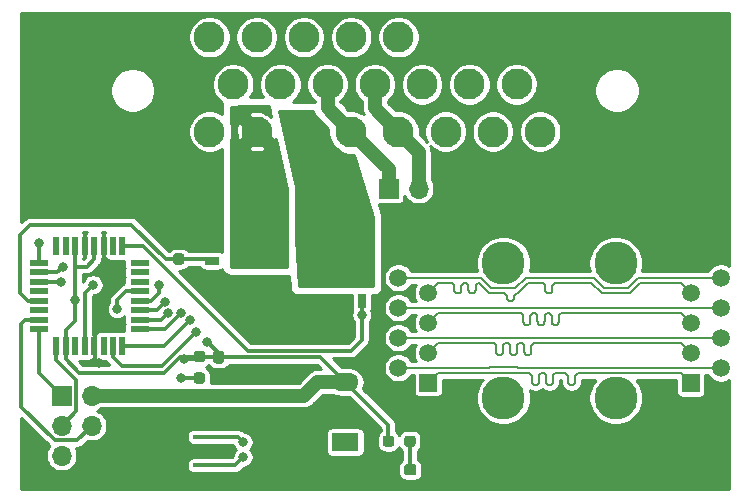
<source format=gbr>
%TF.GenerationSoftware,KiCad,Pcbnew,5.1.7-a382d34a8~88~ubuntu18.04.1*%
%TF.CreationDate,2021-02-25T09:30:43-05:00*%
%TF.ProjectId,DaqBoard,44617142-6f61-4726-942e-6b696361645f,rev?*%
%TF.SameCoordinates,Original*%
%TF.FileFunction,Copper,L1,Top*%
%TF.FilePolarity,Positive*%
%FSLAX46Y46*%
G04 Gerber Fmt 4.6, Leading zero omitted, Abs format (unit mm)*
G04 Created by KiCad (PCBNEW 5.1.7-a382d34a8~88~ubuntu18.04.1) date 2021-02-25 09:30:43*
%MOMM*%
%LPD*%
G01*
G04 APERTURE LIST*
%TA.AperFunction,SMDPad,CuDef*%
%ADD10R,1.600000X0.550000*%
%TD*%
%TA.AperFunction,SMDPad,CuDef*%
%ADD11R,0.550000X1.600000*%
%TD*%
%TA.AperFunction,ComponentPad*%
%ADD12C,1.500000*%
%TD*%
%TA.AperFunction,ComponentPad*%
%ADD13R,1.500000X1.500000*%
%TD*%
%TA.AperFunction,WasherPad*%
%ADD14C,3.650000*%
%TD*%
%TA.AperFunction,ComponentPad*%
%ADD15C,2.625000*%
%TD*%
%TA.AperFunction,ComponentPad*%
%ADD16R,2.625000X2.625000*%
%TD*%
%TA.AperFunction,SMDPad,CuDef*%
%ADD17R,3.200000X0.400000*%
%TD*%
%TA.AperFunction,ComponentPad*%
%ADD18O,2.300000X1.500000*%
%TD*%
%TA.AperFunction,ComponentPad*%
%ADD19R,2.300000X1.500000*%
%TD*%
%TA.AperFunction,SMDPad,CuDef*%
%ADD20C,0.100000*%
%TD*%
%TA.AperFunction,SMDPad,CuDef*%
%ADD21R,0.700000X1.150000*%
%TD*%
%TA.AperFunction,SMDPad,CuDef*%
%ADD22R,1.150000X0.700000*%
%TD*%
%TA.AperFunction,ComponentPad*%
%ADD23O,1.700000X1.700000*%
%TD*%
%TA.AperFunction,ComponentPad*%
%ADD24R,1.700000X1.700000*%
%TD*%
%TA.AperFunction,ViaPad*%
%ADD25C,0.800000*%
%TD*%
%TA.AperFunction,Conductor*%
%ADD26C,0.360000*%
%TD*%
%TA.AperFunction,Conductor*%
%ADD27C,1.200000*%
%TD*%
%TA.AperFunction,Conductor*%
%ADD28C,0.200000*%
%TD*%
%TA.AperFunction,Conductor*%
%ADD29C,0.254000*%
%TD*%
%TA.AperFunction,Conductor*%
%ADD30C,0.100000*%
%TD*%
G04 APERTURE END LIST*
D10*
%TO.P,U1,32*%
%TO.N,N/C*%
X122292000Y-92137000D03*
%TO.P,U1,31*%
X122292000Y-92937000D03*
%TO.P,U1,30*%
X122292000Y-93737000D03*
%TO.P,U1,29*%
%TO.N,/RESET*%
X122292000Y-94537000D03*
%TO.P,U1,28*%
%TO.N,/SENSOR_6*%
X122292000Y-95337000D03*
%TO.P,U1,27*%
%TO.N,/SENSOR_5*%
X122292000Y-96137000D03*
%TO.P,U1,26*%
%TO.N,/DAMPER_R*%
X122292000Y-96937000D03*
%TO.P,U1,25*%
%TO.N,/DAMPER_L*%
X122292000Y-97737000D03*
D11*
%TO.P,U1,24*%
%TO.N,/WHEEL_R*%
X120842000Y-99187000D03*
%TO.P,U1,23*%
%TO.N,/WHEEL_L*%
X120042000Y-99187000D03*
%TO.P,U1,22*%
%TO.N,N/C*%
X119242000Y-99187000D03*
%TO.P,U1,21*%
%TO.N,GND*%
X118442000Y-99187000D03*
%TO.P,U1,20*%
%TO.N,Net-(C2-Pad1)*%
X117642000Y-99187000D03*
%TO.P,U1,19*%
%TO.N,N/C*%
X116842000Y-99187000D03*
%TO.P,U1,18*%
%TO.N,+5V*%
X116042000Y-99187000D03*
%TO.P,U1,17*%
%TO.N,/SCK*%
X115242000Y-99187000D03*
D10*
%TO.P,U1,16*%
%TO.N,/MISO*%
X113792000Y-97737000D03*
%TO.P,U1,15*%
%TO.N,/MOSI*%
X113792000Y-96937000D03*
%TO.P,U1,14*%
%TO.N,N/C*%
X113792000Y-96137000D03*
%TO.P,U1,13*%
%TO.N,/BRAKE_SIG*%
X113792000Y-95337000D03*
%TO.P,U1,12*%
%TO.N,N/C*%
X113792000Y-94537000D03*
%TO.P,U1,11*%
%TO.N,/SENSOR_2*%
X113792000Y-93737000D03*
%TO.P,U1,10*%
%TO.N,/SENSOR_1*%
X113792000Y-92937000D03*
%TO.P,U1,9*%
%TO.N,/CAN_CS*%
X113792000Y-92137000D03*
D11*
%TO.P,U1,8*%
%TO.N,N/C*%
X115242000Y-90687000D03*
%TO.P,U1,7*%
X116042000Y-90687000D03*
%TO.P,U1,6*%
%TO.N,+5V*%
X116842000Y-90687000D03*
%TO.P,U1,5*%
%TO.N,GND*%
X117642000Y-90687000D03*
%TO.P,U1,4*%
%TO.N,+5V*%
X118442000Y-90687000D03*
%TO.P,U1,3*%
%TO.N,GND*%
X119242000Y-90687000D03*
%TO.P,U1,2*%
%TO.N,N/C*%
X120042000Y-90687000D03*
%TO.P,U1,1*%
%TO.N,/FAN_SIG*%
X120842000Y-90687000D03*
%TD*%
D12*
%TO.P,J4,8*%
%TO.N,/E4_N*%
X144208500Y-93408500D03*
%TO.P,J4,7*%
%TO.N,/E4_P*%
X146748500Y-94678500D03*
%TO.P,J4,6*%
%TO.N,/E3_N*%
X144208500Y-95948500D03*
%TO.P,J4,5*%
%TO.N,/E3_P*%
X146748500Y-97218500D03*
%TO.P,J4,4*%
%TO.N,/E2_N*%
X144208500Y-98488500D03*
%TO.P,J4,3*%
%TO.N,/E2_P*%
X146748500Y-99758500D03*
%TO.P,J4,2*%
%TO.N,/E1_N*%
X144208500Y-101028500D03*
D13*
%TO.P,J4,1*%
%TO.N,/E1_P*%
X146748500Y-102298500D03*
D14*
%TO.P,J4,*%
%TO.N,*%
X153098500Y-103568500D03*
X153098500Y-92138500D03*
%TD*%
%TO.P,R4,2*%
%TO.N,Net-(R4-Pad2)*%
%TA.AperFunction,SMDPad,CuDef*%
G36*
G01*
X127118100Y-101413500D02*
X127593100Y-101413500D01*
G75*
G02*
X127830600Y-101651000I0J-237500D01*
G01*
X127830600Y-102151000D01*
G75*
G02*
X127593100Y-102388500I-237500J0D01*
G01*
X127118100Y-102388500D01*
G75*
G02*
X126880600Y-102151000I0J237500D01*
G01*
X126880600Y-101651000D01*
G75*
G02*
X127118100Y-101413500I237500J0D01*
G01*
G37*
%TD.AperFunction*%
%TO.P,R4,1*%
%TO.N,+5V*%
%TA.AperFunction,SMDPad,CuDef*%
G36*
G01*
X127118100Y-99588500D02*
X127593100Y-99588500D01*
G75*
G02*
X127830600Y-99826000I0J-237500D01*
G01*
X127830600Y-100326000D01*
G75*
G02*
X127593100Y-100563500I-237500J0D01*
G01*
X127118100Y-100563500D01*
G75*
G02*
X126880600Y-100326000I0J237500D01*
G01*
X126880600Y-99826000D01*
G75*
G02*
X127118100Y-99588500I237500J0D01*
G01*
G37*
%TD.AperFunction*%
%TD*%
D15*
%TO.P,J5,22*%
%TO.N,/BRAKE_OUT*%
X132210000Y-81025000D03*
%TO.P,J5,21*%
%TO.N,/FAN_OUT*%
X136210000Y-81025000D03*
%TO.P,J5,20*%
%TO.N,/CAN-*%
X140210000Y-81025000D03*
%TO.P,J5,19*%
%TO.N,/CAN+*%
X144210000Y-81025000D03*
%TO.P,J5,18*%
%TO.N,+5V*%
X148210000Y-81025000D03*
%TO.P,J5,17*%
X152210000Y-81025000D03*
%TO.P,J5,14*%
%TO.N,/DAMPER_L*%
X134210000Y-77025000D03*
%TO.P,J5,13*%
%TO.N,/CAN-*%
X138210000Y-77025000D03*
%TO.P,J5,12*%
%TO.N,/CAN+*%
X142210000Y-77025000D03*
%TO.P,J5,11*%
%TO.N,+5V*%
X146210000Y-77025000D03*
%TO.P,J5,10*%
X150210000Y-77025000D03*
%TO.P,J5,7*%
%TO.N,/SENSOR_1*%
X132210000Y-73025000D03*
%TO.P,J5,6*%
%TO.N,/SENSOR_6*%
X136210000Y-73025000D03*
%TO.P,J5,5*%
%TO.N,/SENSOR_5*%
X140210000Y-73025000D03*
%TO.P,J5,4*%
%TO.N,/WHEEL_L*%
X144210000Y-73025000D03*
%TO.P,J5,3*%
%TO.N,GND*%
X148210000Y-73025000D03*
%TO.P,J5,2*%
X152210000Y-73025000D03*
%TO.P,J5,23*%
%TO.N,/WHEEL_R*%
X128210000Y-81025000D03*
%TO.P,J5,16*%
%TO.N,+12V*%
X156210000Y-81025000D03*
%TO.P,J5,15*%
%TO.N,/DAMPER_R*%
X130210000Y-77025000D03*
%TO.P,J5,9*%
%TO.N,+5V*%
X154210000Y-77025000D03*
%TO.P,J5,8*%
%TO.N,/SENSOR_2*%
X128210000Y-73025000D03*
D16*
%TO.P,J5,1*%
%TO.N,GND*%
X156210000Y-73025000D03*
%TD*%
D14*
%TO.P,J1,*%
%TO.N,*%
X162610800Y-92151200D03*
X162610800Y-103581200D03*
D13*
%TO.P,J1,1*%
%TO.N,/E1_P*%
X168960800Y-102311200D03*
D12*
%TO.P,J1,2*%
%TO.N,/E1_N*%
X171500800Y-101041200D03*
%TO.P,J1,3*%
%TO.N,/E2_P*%
X168960800Y-99771200D03*
%TO.P,J1,4*%
%TO.N,/E2_N*%
X171500800Y-98501200D03*
%TO.P,J1,5*%
%TO.N,/E3_P*%
X168960800Y-97231200D03*
%TO.P,J1,6*%
%TO.N,/E3_N*%
X171500800Y-95961200D03*
%TO.P,J1,7*%
%TO.N,/E4_P*%
X168960800Y-94691200D03*
%TO.P,J1,8*%
%TO.N,/E4_N*%
X171500800Y-93421200D03*
%TD*%
D17*
%TO.P,Y1,3*%
%TO.N,Net-(U3-Pad8)*%
X128397000Y-109277000D03*
%TO.P,Y1,2*%
%TO.N,GND*%
X128397000Y-108077000D03*
%TO.P,Y1,1*%
%TO.N,Net-(U3-Pad7)*%
X128397000Y-106877000D03*
%TD*%
D18*
%TO.P,U2,3*%
%TO.N,+5V*%
X139700000Y-102235000D03*
%TO.P,U2,2*%
%TO.N,GND*%
X139700000Y-104775000D03*
D19*
%TO.P,U2,1*%
%TO.N,Net-(C3-Pad1)*%
X139700000Y-107315000D03*
%TD*%
%TO.P,R2,2*%
%TO.N,+5V*%
%TA.AperFunction,SMDPad,CuDef*%
G36*
G01*
X143847000Y-107001300D02*
X143847000Y-107476300D01*
G75*
G02*
X143609500Y-107713800I-237500J0D01*
G01*
X143109500Y-107713800D01*
G75*
G02*
X142872000Y-107476300I0J237500D01*
G01*
X142872000Y-107001300D01*
G75*
G02*
X143109500Y-106763800I237500J0D01*
G01*
X143609500Y-106763800D01*
G75*
G02*
X143847000Y-107001300I0J-237500D01*
G01*
G37*
%TD.AperFunction*%
%TO.P,R2,1*%
%TO.N,Net-(D1-Pad2)*%
%TA.AperFunction,SMDPad,CuDef*%
G36*
G01*
X145672000Y-107001300D02*
X145672000Y-107476300D01*
G75*
G02*
X145434500Y-107713800I-237500J0D01*
G01*
X144934500Y-107713800D01*
G75*
G02*
X144697000Y-107476300I0J237500D01*
G01*
X144697000Y-107001300D01*
G75*
G02*
X144934500Y-106763800I237500J0D01*
G01*
X145434500Y-106763800D01*
G75*
G02*
X145672000Y-107001300I0J-237500D01*
G01*
G37*
%TD.AperFunction*%
%TD*%
%TO.P,R1,2*%
%TO.N,GND*%
%TA.AperFunction,SMDPad,CuDef*%
G36*
G01*
X125840500Y-90483500D02*
X125365500Y-90483500D01*
G75*
G02*
X125128000Y-90246000I0J237500D01*
G01*
X125128000Y-89746000D01*
G75*
G02*
X125365500Y-89508500I237500J0D01*
G01*
X125840500Y-89508500D01*
G75*
G02*
X126078000Y-89746000I0J-237500D01*
G01*
X126078000Y-90246000D01*
G75*
G02*
X125840500Y-90483500I-237500J0D01*
G01*
G37*
%TD.AperFunction*%
%TO.P,R1,1*%
%TO.N,/BRAKE_SIG*%
%TA.AperFunction,SMDPad,CuDef*%
G36*
G01*
X125840500Y-92308500D02*
X125365500Y-92308500D01*
G75*
G02*
X125128000Y-92071000I0J237500D01*
G01*
X125128000Y-91571000D01*
G75*
G02*
X125365500Y-91333500I237500J0D01*
G01*
X125840500Y-91333500D01*
G75*
G02*
X126078000Y-91571000I0J-237500D01*
G01*
X126078000Y-92071000D01*
G75*
G02*
X125840500Y-92308500I-237500J0D01*
G01*
G37*
%TD.AperFunction*%
%TD*%
%TA.AperFunction,SMDPad,CuDef*%
D20*
%TO.P,Q2,5*%
%TO.N,/FAN_OUT*%
G36*
X141542000Y-89100000D02*
G01*
X141542000Y-90650000D01*
X141292000Y-90650000D01*
X141292000Y-93725000D01*
X137092000Y-93725000D01*
X137092000Y-90650000D01*
X136842000Y-90650000D01*
X136842000Y-89100000D01*
X141542000Y-89100000D01*
G37*
%TD.AperFunction*%
D21*
%TO.P,Q2,4*%
%TO.N,/FAN_SIG*%
X141102000Y-95345000D03*
%TO.P,Q2,3*%
%TO.N,GND*%
X139832000Y-95345000D03*
%TO.P,Q2,1*%
X137282000Y-95345000D03*
%TO.P,Q2,2*%
X138552000Y-95345000D03*
%TD*%
%TA.AperFunction,SMDPad,CuDef*%
D20*
%TO.P,Q1,5*%
%TO.N,/BRAKE_OUT*%
G36*
X134674000Y-92393000D02*
G01*
X133124000Y-92393000D01*
X133124000Y-92143000D01*
X130049000Y-92143000D01*
X130049000Y-87943000D01*
X133124000Y-87943000D01*
X133124000Y-87693000D01*
X134674000Y-87693000D01*
X134674000Y-92393000D01*
G37*
%TD.AperFunction*%
D22*
%TO.P,Q1,4*%
%TO.N,/BRAKE_SIG*%
X128429000Y-91953000D03*
%TO.P,Q1,3*%
%TO.N,GND*%
X128429000Y-90683000D03*
%TO.P,Q1,1*%
X128429000Y-88133000D03*
%TO.P,Q1,2*%
X128429000Y-89403000D03*
%TD*%
D23*
%TO.P,J3,6*%
%TO.N,GND*%
X118237000Y-108458000D03*
%TO.P,J3,5*%
%TO.N,/RESET*%
X115697000Y-108458000D03*
%TO.P,J3,4*%
%TO.N,/MOSI*%
X118237000Y-105918000D03*
%TO.P,J3,3*%
%TO.N,/SCK*%
X115697000Y-105918000D03*
%TO.P,J3,2*%
%TO.N,+5V*%
X118237000Y-103378000D03*
D24*
%TO.P,J3,1*%
%TO.N,/MISO*%
X115697000Y-103378000D03*
%TD*%
D23*
%TO.P,J2,2*%
%TO.N,/CAN+*%
X145923000Y-85852000D03*
D24*
%TO.P,J2,1*%
%TO.N,/CAN-*%
X143383000Y-85852000D03*
%TD*%
%TO.P,D1,2*%
%TO.N,Net-(D1-Pad2)*%
%TA.AperFunction,SMDPad,CuDef*%
G36*
G01*
X144684200Y-109889300D02*
X144684200Y-109414300D01*
G75*
G02*
X144921700Y-109176800I237500J0D01*
G01*
X145496700Y-109176800D01*
G75*
G02*
X145734200Y-109414300I0J-237500D01*
G01*
X145734200Y-109889300D01*
G75*
G02*
X145496700Y-110126800I-237500J0D01*
G01*
X144921700Y-110126800D01*
G75*
G02*
X144684200Y-109889300I0J237500D01*
G01*
G37*
%TD.AperFunction*%
%TO.P,D1,1*%
%TO.N,GND*%
%TA.AperFunction,SMDPad,CuDef*%
G36*
G01*
X142934200Y-109889300D02*
X142934200Y-109414300D01*
G75*
G02*
X143171700Y-109176800I237500J0D01*
G01*
X143746700Y-109176800D01*
G75*
G02*
X143984200Y-109414300I0J-237500D01*
G01*
X143984200Y-109889300D01*
G75*
G02*
X143746700Y-110126800I-237500J0D01*
G01*
X143171700Y-110126800D01*
G75*
G02*
X142934200Y-109889300I0J237500D01*
G01*
G37*
%TD.AperFunction*%
%TD*%
%TO.P,C5,2*%
%TO.N,GND*%
%TA.AperFunction,SMDPad,CuDef*%
G36*
G01*
X128743700Y-101316500D02*
X129218700Y-101316500D01*
G75*
G02*
X129456200Y-101554000I0J-237500D01*
G01*
X129456200Y-102154000D01*
G75*
G02*
X129218700Y-102391500I-237500J0D01*
G01*
X128743700Y-102391500D01*
G75*
G02*
X128506200Y-102154000I0J237500D01*
G01*
X128506200Y-101554000D01*
G75*
G02*
X128743700Y-101316500I237500J0D01*
G01*
G37*
%TD.AperFunction*%
%TO.P,C5,1*%
%TO.N,+5V*%
%TA.AperFunction,SMDPad,CuDef*%
G36*
G01*
X128743700Y-99591500D02*
X129218700Y-99591500D01*
G75*
G02*
X129456200Y-99829000I0J-237500D01*
G01*
X129456200Y-100429000D01*
G75*
G02*
X129218700Y-100666500I-237500J0D01*
G01*
X128743700Y-100666500D01*
G75*
G02*
X128506200Y-100429000I0J237500D01*
G01*
X128506200Y-99829000D01*
G75*
G02*
X128743700Y-99591500I237500J0D01*
G01*
G37*
%TD.AperFunction*%
%TD*%
D25*
%TO.N,GND*%
X130683000Y-101981000D03*
X130810000Y-105156000D03*
X143510000Y-90297000D03*
X144780000Y-90297000D03*
X146050000Y-90297000D03*
X147320000Y-90297000D03*
X139192000Y-97028000D03*
X137287000Y-97028000D03*
X132715000Y-97028000D03*
X131318000Y-97028000D03*
X118872000Y-100584000D03*
X118999000Y-96393000D03*
X116459000Y-83723000D03*
X113919000Y-83723000D03*
X118999000Y-82423000D03*
X116459000Y-82423000D03*
X113919000Y-82423000D03*
X113919000Y-85120000D03*
X116459000Y-85120000D03*
X118999000Y-85120000D03*
X118999000Y-83723000D03*
%TO.N,+5V*%
X126034800Y-100279200D03*
X128016000Y-98806000D03*
X116842000Y-95248000D03*
%TO.N,Net-(C2-Pad1)*%
X118364000Y-93980000D03*
%TO.N,/RESET*%
X120396000Y-96012000D03*
%TO.N,/SENSOR_2*%
X115624892Y-93744000D03*
%TO.N,/SENSOR_1*%
X115824000Y-92456000D03*
%TO.N,/DAMPER_R*%
X124674789Y-96405841D03*
%TO.N,/DAMPER_L*%
X125800975Y-96382743D03*
%TO.N,/WHEEL_R*%
X126601000Y-96982713D03*
%TO.N,/WHEEL_L*%
X127063500Y-97980500D03*
%TO.N,/FAN_SIG*%
X141097000Y-96520000D03*
%TO.N,Net-(R4-Pad2)*%
X125780800Y-101854000D03*
%TO.N,/CAN_CS*%
X113792000Y-90424000D03*
%TO.N,Net-(U3-Pad8)*%
X131064000Y-108585000D03*
%TO.N,Net-(U3-Pad7)*%
X131064000Y-107315000D03*
%TO.N,/SENSOR_6*%
X123900955Y-93980000D03*
%TO.N,/SENSOR_5*%
X124443102Y-95433049D03*
%TD*%
D26*
%TO.N,+5V*%
X127152400Y-100279200D02*
X127355600Y-100076000D01*
X126034800Y-100279200D02*
X127152400Y-100279200D01*
X128928200Y-100076000D02*
X128981200Y-100129000D01*
X127355600Y-100076000D02*
X128928200Y-100076000D01*
X128981200Y-100129000D02*
X128981200Y-99771200D01*
X128981200Y-99771200D02*
X128016000Y-98806000D01*
X137594000Y-100129000D02*
X139700000Y-102235000D01*
X128981200Y-100129000D02*
X137594000Y-100129000D01*
D27*
X136207000Y-103378000D02*
X118237000Y-103378000D01*
X139700000Y-102235000D02*
X137350000Y-102235000D01*
X137350000Y-102235000D02*
X136207000Y-103378000D01*
D26*
X143359500Y-105894500D02*
X139700000Y-102235000D01*
X143359500Y-107238800D02*
X143359500Y-105894500D01*
X117196810Y-101448810D02*
X116042000Y-100294000D01*
X116042000Y-100294000D02*
X116042000Y-99187000D01*
X124387163Y-101448810D02*
X117196810Y-101448810D01*
X128981200Y-100129000D02*
X125706973Y-100129000D01*
X125706973Y-100129000D02*
X124387163Y-101448810D01*
X116042000Y-99187000D02*
X116042000Y-97826000D01*
X116842000Y-97026000D02*
X116042000Y-97826000D01*
X117835000Y-92454000D02*
X116842000Y-92454000D01*
X118442000Y-91847000D02*
X117835000Y-92454000D01*
X116842000Y-90687000D02*
X116842000Y-92454000D01*
X118442000Y-90687000D02*
X118442000Y-91847000D01*
X116842000Y-92454000D02*
X116842000Y-95248000D01*
X116842000Y-95248000D02*
X116842000Y-97026000D01*
%TO.N,Net-(C2-Pad1)*%
X117642000Y-99187000D02*
X117642000Y-94702000D01*
X117642000Y-94702000D02*
X118364000Y-93980000D01*
%TO.N,Net-(D1-Pad2)*%
X145184500Y-109627100D02*
X145209200Y-109651800D01*
X145184500Y-107238800D02*
X145184500Y-109627100D01*
D28*
%TO.N,/E1_P*%
X168140800Y-101491200D02*
X168960800Y-102311200D01*
X163630801Y-101456199D02*
X163665802Y-101491200D01*
X159459500Y-101491200D02*
X161555798Y-101491200D01*
X159329334Y-101520909D02*
X159392743Y-101498721D01*
X159272453Y-101556650D02*
X159329334Y-101520909D01*
X159224950Y-101604153D02*
X159272453Y-101556650D01*
X159189209Y-101661034D02*
X159224950Y-101604153D01*
X159159500Y-101791200D02*
X159167021Y-101724443D01*
X163665802Y-101491200D02*
X168140800Y-101491200D01*
X159159500Y-102184155D02*
X159159500Y-101791200D01*
X159151978Y-102250911D02*
X159159500Y-102184155D01*
X159129790Y-102314320D02*
X159151978Y-102250911D01*
X159046546Y-102418704D02*
X159094049Y-102371201D01*
X158859500Y-102484155D02*
X158926256Y-102476633D01*
X158926256Y-102476633D02*
X158989665Y-102454445D01*
X158792743Y-102476633D02*
X158859500Y-102484155D01*
X158672453Y-102418704D02*
X158729334Y-102454445D01*
X158624950Y-102371201D02*
X158672453Y-102418704D01*
X159094049Y-102371201D02*
X159129790Y-102314320D01*
X158589209Y-102314320D02*
X158624950Y-102371201D01*
X156212453Y-101543950D02*
X156269334Y-101508209D01*
X156164950Y-101591453D02*
X156212453Y-101543950D01*
X156107021Y-101711743D02*
X156129209Y-101648334D01*
X158494049Y-101604153D02*
X158529790Y-101661034D01*
X156099500Y-102171455D02*
X156099500Y-101778500D01*
X155986546Y-102406004D02*
X156034049Y-102358501D01*
X155929665Y-102441745D02*
X155986546Y-102406004D01*
X156812453Y-102406004D02*
X156869334Y-102441745D01*
X155799500Y-102471455D02*
X155866256Y-102463933D01*
X155669334Y-102441745D02*
X155732743Y-102463933D01*
X155386546Y-101543950D02*
X155434049Y-101591453D01*
X155564950Y-102358501D02*
X155612453Y-102406004D01*
X157299500Y-102171455D02*
X157299500Y-101778500D01*
X158567021Y-102250911D02*
X158589209Y-102314320D01*
X155499500Y-102171455D02*
X155507021Y-102238211D01*
X152078499Y-101443499D02*
X154118501Y-101443499D01*
X159392743Y-101498721D02*
X159459500Y-101491200D01*
X156034049Y-102358501D02*
X156069790Y-102301620D01*
X154118501Y-101443499D02*
X154153502Y-101478500D01*
X155469790Y-101648334D02*
X155491978Y-101711743D01*
X157307021Y-101711743D02*
X157329209Y-101648334D01*
X146748500Y-102298500D02*
X147568500Y-101478500D01*
X147568500Y-101478500D02*
X152043498Y-101478500D01*
X158326256Y-101498721D02*
X158389665Y-101520909D01*
X156269334Y-101508209D02*
X156332743Y-101486021D01*
X157599500Y-101478500D02*
X158246800Y-101478500D01*
X158551978Y-101724443D02*
X158559500Y-101791200D01*
X156069790Y-102301620D02*
X156091978Y-102238211D01*
X155329665Y-101508209D02*
X155386546Y-101543950D01*
X156699500Y-101778500D02*
X156699500Y-102171455D01*
X156129209Y-101648334D02*
X156164950Y-101591453D01*
X155434049Y-101591453D02*
X155469790Y-101648334D01*
X155866256Y-102463933D02*
X155929665Y-102441745D01*
X159167021Y-101724443D02*
X159189209Y-101661034D01*
X157234049Y-102358501D02*
X157269790Y-102301620D01*
X156634049Y-101591453D02*
X156669790Y-101648334D01*
X155732743Y-102463933D02*
X155799500Y-102471455D01*
X154153502Y-101478500D02*
X155199500Y-101478500D01*
X158446546Y-101556650D02*
X158494049Y-101604153D01*
X155199500Y-101478500D02*
X155266256Y-101486021D01*
X155491978Y-101711743D02*
X155499500Y-101778500D01*
X158989665Y-102454445D02*
X159046546Y-102418704D01*
X156332743Y-101486021D02*
X156399500Y-101478500D01*
X158259500Y-101491200D02*
X158326256Y-101498721D01*
X155499500Y-101778500D02*
X155499500Y-102171455D01*
X155507021Y-102238211D02*
X155529209Y-102301620D01*
X158729334Y-102454445D02*
X158792743Y-102476633D01*
X156466256Y-101486021D02*
X156529665Y-101508209D01*
X155612453Y-102406004D02*
X155669334Y-102441745D01*
X156529665Y-101508209D02*
X156586546Y-101543950D01*
X156669790Y-101648334D02*
X156691978Y-101711743D01*
X161555798Y-101491200D02*
X161590799Y-101456199D01*
X156586546Y-101543950D02*
X156634049Y-101591453D01*
X155529209Y-102301620D02*
X155564950Y-102358501D01*
X158559500Y-101791200D02*
X158559500Y-102184155D01*
X156691978Y-101711743D02*
X156699500Y-101778500D01*
X157329209Y-101648334D02*
X157364950Y-101591453D01*
X156091978Y-102238211D02*
X156099500Y-102171455D01*
X152043498Y-101478500D02*
X152078499Y-101443499D01*
X156699500Y-102171455D02*
X156707021Y-102238211D01*
X161590799Y-101456199D02*
X163630801Y-101456199D01*
X156707021Y-102238211D02*
X156729209Y-102301620D01*
X156729209Y-102301620D02*
X156764950Y-102358501D01*
X156764950Y-102358501D02*
X156812453Y-102406004D01*
X156869334Y-102441745D02*
X156932743Y-102463933D01*
X156099500Y-101778500D02*
X156107021Y-101711743D01*
X156932743Y-102463933D02*
X156999500Y-102471455D01*
X156999500Y-102471455D02*
X157066256Y-102463933D01*
X157129665Y-102441745D02*
X157186546Y-102406004D01*
X157186546Y-102406004D02*
X157234049Y-102358501D01*
X157269790Y-102301620D02*
X157291978Y-102238211D01*
X157291978Y-102238211D02*
X157299500Y-102171455D01*
X156399500Y-101478500D02*
X156466256Y-101486021D01*
X157299500Y-101778500D02*
X157307021Y-101711743D01*
X157364950Y-101591453D02*
X157412453Y-101543950D01*
X155266256Y-101486021D02*
X155329665Y-101508209D01*
X157412453Y-101543950D02*
X157469334Y-101508209D01*
X158559500Y-102184155D02*
X158567021Y-102250911D01*
X157469334Y-101508209D02*
X157532743Y-101486021D01*
X157532743Y-101486021D02*
X157599500Y-101478500D01*
X157066256Y-102463933D02*
X157129665Y-102441745D01*
X158389665Y-101520909D02*
X158446546Y-101556650D01*
X158246800Y-101478500D02*
X158259500Y-101491200D01*
X158529790Y-101661034D02*
X158551978Y-101724443D01*
%TO.N,/E1_N*%
X161404407Y-101006208D02*
X161369415Y-101041200D01*
X161369415Y-101041200D02*
X158445900Y-101041200D01*
X163817193Y-101006208D02*
X161404407Y-101006208D01*
X171500800Y-101041200D02*
X163852185Y-101041200D01*
X163852185Y-101041200D02*
X163817193Y-101006208D01*
X158433200Y-101028500D02*
X158445900Y-101041200D01*
X154339885Y-101028500D02*
X158433200Y-101028500D01*
X154304893Y-100993508D02*
X154339885Y-101028500D01*
X151892107Y-100993508D02*
X154304893Y-100993508D01*
X151857115Y-101028500D02*
X151892107Y-100993508D01*
X144208500Y-101028500D02*
X151857115Y-101028500D01*
%TO.N,/E2_P*%
X147568500Y-98938500D02*
X146748500Y-99758500D01*
X152160000Y-98938500D02*
X147568500Y-98938500D01*
X152226756Y-98946022D02*
X152160000Y-98938500D01*
X152290165Y-98968210D02*
X152226756Y-98946022D01*
X152347046Y-99003951D02*
X152290165Y-98968210D01*
X152452478Y-99171744D02*
X152430290Y-99108335D01*
X152460000Y-99631457D02*
X152460000Y-99238500D01*
X152467521Y-99698214D02*
X152460000Y-99631457D01*
X152489709Y-99761623D02*
X152467521Y-99698214D01*
X152525450Y-99818504D02*
X152489709Y-99761623D01*
X152572953Y-99866007D02*
X152525450Y-99818504D01*
X152629834Y-99901748D02*
X152572953Y-99866007D01*
X152826756Y-99923936D02*
X152760000Y-99931457D01*
X154493243Y-98946022D02*
X154429834Y-98968210D01*
X154289709Y-99108335D02*
X154267521Y-99171744D01*
X152430290Y-99108335D02*
X152394549Y-99051454D01*
X154830290Y-99108335D02*
X154794549Y-99051454D01*
X155572953Y-99003951D02*
X155525450Y-99051454D01*
X154852478Y-99171744D02*
X154830290Y-99108335D01*
X154560000Y-98938500D02*
X154493243Y-98946022D01*
X153725450Y-99818504D02*
X153689709Y-99761623D01*
X154626756Y-98946022D02*
X154560000Y-98938500D01*
X154194549Y-99818504D02*
X154147046Y-99866007D01*
X154867521Y-99698214D02*
X154860000Y-99631457D01*
X153490165Y-98968210D02*
X153426756Y-98946022D01*
X154925450Y-99818504D02*
X154889709Y-99761623D01*
X154972953Y-99866007D02*
X154925450Y-99818504D01*
X154690165Y-98968210D02*
X154626756Y-98946022D01*
X155290165Y-99901748D02*
X155226756Y-99923936D01*
X153293243Y-98946022D02*
X153229834Y-98968210D01*
X154889709Y-99761623D02*
X154867521Y-99698214D01*
X153652478Y-99171744D02*
X153630290Y-99108335D01*
X155760000Y-98938500D02*
X155693243Y-98946022D01*
X162633000Y-98951200D02*
X162620300Y-98938500D01*
X154860000Y-99238500D02*
X154852478Y-99171744D01*
X154267521Y-99171744D02*
X154260000Y-99238500D01*
X152394549Y-99051454D02*
X152347046Y-99003951D01*
X155160000Y-99931457D02*
X155093243Y-99923936D01*
X155093243Y-99923936D02*
X155029834Y-99901748D01*
X153067521Y-99171744D02*
X153060000Y-99238500D01*
X153030290Y-99761623D02*
X152994549Y-99818504D01*
X155347046Y-99866007D02*
X155290165Y-99901748D01*
X153060000Y-99631457D02*
X153052478Y-99698214D01*
X152760000Y-99931457D02*
X152693243Y-99923936D01*
X155029834Y-99901748D02*
X154972953Y-99866007D01*
X155489709Y-99108335D02*
X155467521Y-99171744D01*
X155430290Y-99761623D02*
X155394549Y-99818504D01*
X154325450Y-99051454D02*
X154289709Y-99108335D01*
X153893243Y-99923936D02*
X153829834Y-99901748D01*
X153060000Y-99238500D02*
X153060000Y-99631457D01*
X168140800Y-98951200D02*
X162633000Y-98951200D01*
X155693243Y-98946022D02*
X155629834Y-98968210D01*
X152890165Y-99901748D02*
X152826756Y-99923936D01*
X162620300Y-98938500D02*
X155760000Y-98938500D01*
X155525450Y-99051454D02*
X155489709Y-99108335D01*
X152693243Y-99923936D02*
X152629834Y-99901748D01*
X155467521Y-99171744D02*
X155460000Y-99238500D01*
X154260000Y-99631457D02*
X154252478Y-99698214D01*
X153125450Y-99051454D02*
X153089709Y-99108335D01*
X155460000Y-99631457D02*
X155452478Y-99698214D01*
X168960800Y-99771200D02*
X168140800Y-98951200D01*
X155452478Y-99698214D02*
X155430290Y-99761623D01*
X155460000Y-99238500D02*
X155460000Y-99631457D01*
X152947046Y-99866007D02*
X152890165Y-99901748D01*
X154429834Y-98968210D02*
X154372953Y-99003951D01*
X152460000Y-99238500D02*
X152452478Y-99171744D01*
X153660000Y-99238500D02*
X153652478Y-99171744D01*
X154372953Y-99003951D02*
X154325450Y-99051454D01*
X153052478Y-99698214D02*
X153030290Y-99761623D01*
X154260000Y-99238500D02*
X154260000Y-99631457D01*
X154252478Y-99698214D02*
X154230290Y-99761623D01*
X154230290Y-99761623D02*
X154194549Y-99818504D01*
X153594549Y-99051454D02*
X153547046Y-99003951D01*
X154147046Y-99866007D02*
X154090165Y-99901748D01*
X153667521Y-99698214D02*
X153660000Y-99631457D01*
X154026756Y-99923936D02*
X153960000Y-99931457D01*
X153960000Y-99931457D02*
X153893243Y-99923936D01*
X153829834Y-99901748D02*
X153772953Y-99866007D01*
X153772953Y-99866007D02*
X153725450Y-99818504D01*
X153689709Y-99761623D02*
X153667521Y-99698214D01*
X154747046Y-99003951D02*
X154690165Y-98968210D01*
X153660000Y-99631457D02*
X153660000Y-99238500D01*
X153630290Y-99108335D02*
X153594549Y-99051454D01*
X153547046Y-99003951D02*
X153490165Y-98968210D01*
X155629834Y-98968210D02*
X155572953Y-99003951D01*
X153426756Y-98946022D02*
X153360000Y-98938500D01*
X154090165Y-99901748D02*
X154026756Y-99923936D01*
X153360000Y-98938500D02*
X153293243Y-98946022D01*
X154860000Y-99631457D02*
X154860000Y-99238500D01*
X153229834Y-98968210D02*
X153172953Y-99003951D01*
X153172953Y-99003951D02*
X153125450Y-99051454D01*
X154794549Y-99051454D02*
X154747046Y-99003951D01*
X153089709Y-99108335D02*
X153067521Y-99171744D01*
X155226756Y-99923936D02*
X155160000Y-99931457D01*
X155394549Y-99818504D02*
X155347046Y-99866007D01*
X152994549Y-99818504D02*
X152947046Y-99866007D01*
%TO.N,/E2_N*%
X147568500Y-98488500D02*
X144208500Y-98488500D01*
X171500800Y-98501200D02*
X162819400Y-98501200D01*
X162819400Y-98501200D02*
X162806700Y-98488500D01*
X162806700Y-98488500D02*
X147568500Y-98488500D01*
%TO.N,/E3_P*%
X147568500Y-96398500D02*
X146748500Y-97218500D01*
X154480300Y-96398500D02*
X147568500Y-96398500D01*
X154714849Y-96511454D02*
X154667346Y-96463951D01*
X154750590Y-96568335D02*
X154714849Y-96511454D01*
X154610465Y-96428210D02*
X154547056Y-96406022D01*
X154772778Y-96631744D02*
X154750590Y-96568335D01*
X154780300Y-96698500D02*
X154772778Y-96631744D01*
X154780300Y-97091457D02*
X154780300Y-96698500D01*
X154787821Y-97158214D02*
X154780300Y-97091457D01*
X154810009Y-97221623D02*
X154787821Y-97158214D01*
X154950134Y-97361748D02*
X154893253Y-97326007D01*
X155080300Y-97391457D02*
X155013543Y-97383936D01*
X157845750Y-96511454D02*
X157810009Y-96568335D01*
X154893253Y-97326007D02*
X154845750Y-97278504D01*
X155980300Y-97091457D02*
X155980300Y-96698500D01*
X155410009Y-96568335D02*
X155387821Y-96631744D01*
X157150590Y-96568335D02*
X157114849Y-96511454D01*
X155493253Y-96463951D02*
X155445750Y-96511454D01*
X154547056Y-96406022D02*
X154480300Y-96398500D01*
X157350134Y-97361748D02*
X157293253Y-97326007D01*
X157547056Y-97383936D02*
X157480300Y-97391457D01*
X156514849Y-97278504D02*
X156467346Y-97326007D01*
X157610465Y-97361748D02*
X157547056Y-97383936D01*
X158093000Y-96411200D02*
X158080300Y-96398500D01*
X157950134Y-96428210D02*
X157893253Y-96463951D01*
X157772778Y-97158214D02*
X157750590Y-97221623D01*
X157293253Y-97326007D02*
X157245750Y-97278504D01*
X157750590Y-97221623D02*
X157714849Y-97278504D01*
X157210009Y-97221623D02*
X157187821Y-97158214D01*
X157714849Y-97278504D02*
X157667346Y-97326007D01*
X168960800Y-97231200D02*
X168140800Y-96411200D01*
X158080300Y-96398500D02*
X158013543Y-96406022D01*
X156750134Y-96428210D02*
X156693253Y-96463951D01*
X157187821Y-97158214D02*
X157180300Y-97091457D01*
X168140800Y-96411200D02*
X158093000Y-96411200D01*
X157245750Y-97278504D02*
X157210009Y-97221623D01*
X155747056Y-96406022D02*
X155680300Y-96398500D01*
X154667346Y-96463951D02*
X154610465Y-96428210D01*
X157010465Y-96428210D02*
X156947056Y-96406022D01*
X157413543Y-97383936D02*
X157350134Y-97361748D01*
X156580300Y-97091457D02*
X156572778Y-97158214D01*
X156880300Y-96398500D02*
X156813543Y-96406022D01*
X156150134Y-97361748D02*
X156093253Y-97326007D01*
X157480300Y-97391457D02*
X157413543Y-97383936D01*
X155013543Y-97383936D02*
X154950134Y-97361748D01*
X157667346Y-97326007D02*
X157610465Y-97361748D01*
X157893253Y-96463951D02*
X157845750Y-96511454D01*
X157810009Y-96568335D02*
X157787821Y-96631744D01*
X156947056Y-96406022D02*
X156880300Y-96398500D01*
X157780300Y-96698500D02*
X157780300Y-97091457D01*
X157180300Y-96698500D02*
X157172778Y-96631744D01*
X156693253Y-96463951D02*
X156645750Y-96511454D01*
X156645750Y-96511454D02*
X156610009Y-96568335D01*
X156813543Y-96406022D02*
X156750134Y-96428210D01*
X156610009Y-96568335D02*
X156587821Y-96631744D01*
X156587821Y-96631744D02*
X156580300Y-96698500D01*
X156580300Y-96698500D02*
X156580300Y-97091457D01*
X156410465Y-97361748D02*
X156347056Y-97383936D01*
X155267346Y-97326007D02*
X155210465Y-97361748D01*
X155550134Y-96428210D02*
X155493253Y-96463951D01*
X155987821Y-97158214D02*
X155980300Y-97091457D01*
X156572778Y-97158214D02*
X156550590Y-97221623D01*
X155810465Y-96428210D02*
X155747056Y-96406022D01*
X157780300Y-97091457D02*
X157772778Y-97158214D01*
X156467346Y-97326007D02*
X156410465Y-97361748D01*
X155680300Y-96398500D02*
X155613543Y-96406022D01*
X155380300Y-97091457D02*
X155372778Y-97158214D01*
X156093253Y-97326007D02*
X156045750Y-97278504D01*
X156045750Y-97278504D02*
X156010009Y-97221623D01*
X156010009Y-97221623D02*
X155987821Y-97158214D01*
X157787821Y-96631744D02*
X157780300Y-96698500D01*
X155972778Y-96631744D02*
X155950590Y-96568335D01*
X156280300Y-97391457D02*
X156213543Y-97383936D01*
X155980300Y-96698500D02*
X155972778Y-96631744D01*
X157067346Y-96463951D02*
X157010465Y-96428210D01*
X158013543Y-96406022D02*
X157950134Y-96428210D01*
X155914849Y-96511454D02*
X155867346Y-96463951D01*
X157180300Y-97091457D02*
X157180300Y-96698500D01*
X157114849Y-96511454D02*
X157067346Y-96463951D01*
X155147056Y-97383936D02*
X155080300Y-97391457D01*
X155950590Y-96568335D02*
X155914849Y-96511454D01*
X155867346Y-96463951D02*
X155810465Y-96428210D01*
X155314849Y-97278504D02*
X155267346Y-97326007D01*
X154845750Y-97278504D02*
X154810009Y-97221623D01*
X156347056Y-97383936D02*
X156280300Y-97391457D01*
X155613543Y-96406022D02*
X155550134Y-96428210D01*
X155445750Y-96511454D02*
X155410009Y-96568335D01*
X155387821Y-96631744D02*
X155380300Y-96698500D01*
X156550590Y-97221623D02*
X156514849Y-97278504D01*
X155380300Y-96698500D02*
X155380300Y-97091457D01*
X157172778Y-96631744D02*
X157150590Y-96568335D01*
X155372778Y-97158214D02*
X155350590Y-97221623D01*
X155350590Y-97221623D02*
X155314849Y-97278504D01*
X156213543Y-97383936D02*
X156150134Y-97361748D01*
X155210465Y-97361748D02*
X155147056Y-97383936D01*
%TO.N,/E3_N*%
X158266700Y-95948500D02*
X158279400Y-95961200D01*
X168140800Y-95961200D02*
X171500800Y-95961200D01*
X144208500Y-95948500D02*
X158266700Y-95948500D01*
X158279400Y-95961200D02*
X168140800Y-95961200D01*
%TO.N,/E4_P*%
X147568500Y-93858500D02*
X146755335Y-94671665D01*
X148767281Y-93888210D02*
X148703872Y-93866022D01*
X148824162Y-93923951D02*
X148767281Y-93888210D01*
X148871665Y-93971454D02*
X148824162Y-93923951D01*
X148929594Y-94091744D02*
X148907406Y-94028335D01*
X148937116Y-94158500D02*
X148929594Y-94091744D01*
X149170359Y-94710576D02*
X149106950Y-94688388D01*
X149303872Y-94710576D02*
X149237116Y-94718097D01*
X149529594Y-94484854D02*
X149507406Y-94548263D01*
X149537116Y-94418097D02*
X149529594Y-94484854D01*
X149544637Y-94091744D02*
X149537116Y-94158500D01*
X149566825Y-94028335D02*
X149544637Y-94091744D01*
X149770359Y-93866022D02*
X149706950Y-93888210D01*
X149237116Y-94718097D02*
X149170359Y-94710576D01*
X149967281Y-93888210D02*
X149903872Y-93866022D01*
X149650069Y-93923951D02*
X149602566Y-93971454D01*
X150024162Y-93923951D02*
X149967281Y-93888210D01*
X150137116Y-94158500D02*
X150129594Y-94091744D01*
X150166825Y-94548263D02*
X150144637Y-94484854D01*
X150306950Y-94688388D02*
X150250069Y-94652647D01*
X150370359Y-94710576D02*
X150306950Y-94688388D01*
X150437116Y-94718097D02*
X150370359Y-94710576D01*
X150503872Y-94710576D02*
X150437116Y-94718097D01*
X150567281Y-94688388D02*
X150503872Y-94710576D01*
X150671665Y-94605144D02*
X150624162Y-94652647D01*
X149050069Y-94652647D02*
X149002566Y-94605144D01*
X150129594Y-94091744D02*
X150107406Y-94028335D01*
X150707406Y-94548263D02*
X150671665Y-94605144D01*
X150729594Y-94484854D02*
X150707406Y-94548263D01*
X149471665Y-94605144D02*
X149424162Y-94652647D01*
X150737116Y-94418097D02*
X150729594Y-94484854D01*
X156470465Y-93888210D02*
X156407056Y-93866022D01*
X149837116Y-93858500D02*
X149770359Y-93866022D01*
X156632778Y-94091744D02*
X156610590Y-94028335D01*
X148944637Y-94484854D02*
X148937116Y-94418097D01*
X150250069Y-94652647D02*
X150202566Y-94605144D01*
X156640300Y-94418097D02*
X156640300Y-94158500D01*
X157553000Y-93871200D02*
X157540300Y-93858500D01*
X149507406Y-94548263D02*
X149471665Y-94605144D01*
X154174727Y-94743202D02*
X154117846Y-94778943D01*
X156647821Y-94484854D02*
X156640300Y-94418097D01*
X146755335Y-94671665D02*
X146748500Y-94678500D01*
X156670009Y-94548263D02*
X156647821Y-94484854D01*
X168140800Y-93871200D02*
X164672184Y-93871200D01*
X157210590Y-94548263D02*
X157174849Y-94605144D01*
X157007056Y-94710576D02*
X156940300Y-94718097D01*
X154070343Y-94826446D02*
X154034602Y-94883327D01*
X150071665Y-93971454D02*
X150024162Y-93923951D01*
X157232778Y-94484854D02*
X157210590Y-94548263D01*
X157174849Y-94605144D02*
X157127346Y-94652647D01*
X161404407Y-94726192D02*
X160549416Y-93871200D01*
X150137116Y-94418097D02*
X150137116Y-94158500D01*
X157247821Y-94091744D02*
X157240300Y-94158500D01*
X156753253Y-94652647D02*
X156705750Y-94605144D01*
X157410134Y-93888210D02*
X157353253Y-93923951D01*
X168960800Y-94691200D02*
X168140800Y-93871200D01*
X156705750Y-94605144D02*
X156670009Y-94548263D01*
X157127346Y-94652647D02*
X157070465Y-94688388D01*
X148966825Y-94548263D02*
X148944637Y-94484854D01*
X157070465Y-94688388D02*
X157007056Y-94710576D01*
X153771649Y-95365568D02*
X153704893Y-95373089D01*
X153412414Y-95139846D02*
X153404893Y-95073089D01*
X157473543Y-93866022D02*
X157410134Y-93888210D01*
X156574849Y-93971454D02*
X156527346Y-93923951D01*
X153104893Y-94713492D02*
X151892107Y-94713492D01*
X157270009Y-94028335D02*
X157247821Y-94091744D01*
X153638136Y-95365568D02*
X153574727Y-95343380D01*
X156640300Y-94158500D02*
X156632778Y-94091744D01*
X157540300Y-93858500D02*
X157473543Y-93866022D01*
X148703872Y-93866022D02*
X148637116Y-93858500D01*
X153375183Y-94883327D02*
X153339442Y-94826446D01*
X156527346Y-93923951D02*
X156470465Y-93888210D01*
X163817193Y-94726192D02*
X161404407Y-94726192D01*
X154004893Y-95013492D02*
X154004893Y-95073089D01*
X157240300Y-94158500D02*
X157240300Y-94418097D01*
X156873543Y-94710576D02*
X156810134Y-94688388D01*
X160549416Y-93871200D02*
X157553000Y-93871200D01*
X157353253Y-93923951D02*
X157305750Y-93971454D01*
X150970359Y-93866022D02*
X150906950Y-93888210D01*
X148637116Y-93858500D02*
X147568500Y-93858500D01*
X156940300Y-94718097D02*
X156873543Y-94710576D01*
X149002566Y-94605144D02*
X148966825Y-94548263D01*
X150107406Y-94028335D02*
X150071665Y-93971454D01*
X157305750Y-93971454D02*
X157270009Y-94028335D01*
X164672184Y-93871200D02*
X163817193Y-94726192D01*
X157240300Y-94418097D02*
X157232778Y-94484854D01*
X150624162Y-94652647D02*
X150567281Y-94688388D01*
X153891939Y-95307639D02*
X153835058Y-95343380D01*
X153171649Y-94721014D02*
X153104893Y-94713492D01*
X154238136Y-94721014D02*
X154174727Y-94743202D01*
X150202566Y-94605144D02*
X150166825Y-94548263D01*
X155159884Y-93858500D02*
X154304893Y-94713492D01*
X154034602Y-94883327D02*
X154012414Y-94946736D01*
X156810134Y-94688388D02*
X156753253Y-94652647D01*
X154304893Y-94713492D02*
X154238136Y-94721014D01*
X154117846Y-94778943D02*
X154070343Y-94826446D01*
X153997371Y-95139846D02*
X153975183Y-95203255D01*
X150906950Y-93888210D02*
X150850069Y-93923951D01*
X154012414Y-94946736D02*
X154004893Y-95013492D01*
X150802566Y-93971454D02*
X150766825Y-94028335D01*
X149424162Y-94652647D02*
X149367281Y-94688388D01*
X154004893Y-95073089D02*
X153997371Y-95139846D01*
X150850069Y-93923951D02*
X150802566Y-93971454D01*
X153434602Y-95203255D02*
X153412414Y-95139846D01*
X153470343Y-95260136D02*
X153434602Y-95203255D01*
X153975183Y-95203255D02*
X153939442Y-95260136D01*
X148937116Y-94418097D02*
X148937116Y-94158500D01*
X153939442Y-95260136D02*
X153891939Y-95307639D01*
X153835058Y-95343380D02*
X153771649Y-95365568D01*
X148907406Y-94028335D02*
X148871665Y-93971454D01*
X149602566Y-93971454D02*
X149566825Y-94028335D01*
X149903872Y-93866022D02*
X149837116Y-93858500D01*
X150737116Y-94158500D02*
X150737116Y-94418097D01*
X153397371Y-94946736D02*
X153375183Y-94883327D01*
X153704893Y-95373089D02*
X153638136Y-95365568D01*
X153339442Y-94826446D02*
X153291939Y-94778943D01*
X156340300Y-93858500D02*
X155159884Y-93858500D01*
X153574727Y-95343380D02*
X153517846Y-95307639D01*
X153404893Y-95073089D02*
X153404893Y-95013492D01*
X153517846Y-95307639D02*
X153470343Y-95260136D01*
X149706950Y-93888210D02*
X149650069Y-93923951D01*
X153291939Y-94778943D02*
X153235058Y-94743202D01*
X153235058Y-94743202D02*
X153171649Y-94721014D01*
X149367281Y-94688388D02*
X149303872Y-94710576D01*
X151892107Y-94713492D02*
X151037116Y-93858500D01*
X149537116Y-94158500D02*
X149537116Y-94418097D01*
X156610590Y-94028335D02*
X156574849Y-93971454D01*
X151037116Y-93858500D02*
X150970359Y-93866022D01*
X149106950Y-94688388D02*
X149050069Y-94652647D01*
X150144637Y-94484854D02*
X150137116Y-94418097D01*
X153404893Y-95013492D02*
X153397371Y-94946736D01*
X156407056Y-93866022D02*
X156340300Y-93858500D01*
X150766825Y-94028335D02*
X150744637Y-94091744D01*
X150744637Y-94091744D02*
X150737116Y-94158500D01*
%TO.N,/E4_N*%
X171500800Y-93421200D02*
X164485802Y-93421200D01*
X164485802Y-93421200D02*
X163630801Y-94276201D01*
X163630801Y-94276201D02*
X161590799Y-94276201D01*
X151223498Y-93408500D02*
X152078499Y-94263501D01*
X144208500Y-93408500D02*
X151223498Y-93408500D01*
X160735798Y-93421200D02*
X157739400Y-93421200D01*
X161590799Y-94276201D02*
X160735798Y-93421200D01*
X154973502Y-93408500D02*
X157726700Y-93408500D01*
X157739400Y-93421200D02*
X157726700Y-93408500D01*
X154118501Y-94263501D02*
X154973502Y-93408500D01*
X152078499Y-94263501D02*
X154118501Y-94263501D01*
D26*
%TO.N,/RESET*%
X120396000Y-95273000D02*
X120396000Y-96012000D01*
X122292000Y-94537000D02*
X121132000Y-94537000D01*
X121132000Y-94537000D02*
X120396000Y-95273000D01*
%TO.N,/MOSI*%
X115106599Y-107148001D02*
X112268000Y-104309402D01*
X118237000Y-105918000D02*
X117006999Y-107148001D01*
X117006999Y-107148001D02*
X115106599Y-107148001D01*
X112632000Y-96937000D02*
X113792000Y-96937000D01*
X112268000Y-104309402D02*
X112268000Y-97301000D01*
X112268000Y-97301000D02*
X112632000Y-96937000D01*
%TO.N,/SCK*%
X115242000Y-100347000D02*
X115242000Y-99187000D01*
X116927001Y-102032001D02*
X115242000Y-100347000D01*
X115697000Y-105918000D02*
X116927001Y-104687999D01*
X116927001Y-104687999D02*
X116927001Y-102032001D01*
%TO.N,/MISO*%
X113792000Y-101473000D02*
X113792000Y-97737000D01*
X115697000Y-103378000D02*
X113792000Y-101473000D01*
%TO.N,/SENSOR_2*%
X113799000Y-93744000D02*
X113792000Y-93737000D01*
X115624892Y-93744000D02*
X113799000Y-93744000D01*
%TO.N,/SENSOR_1*%
X113819000Y-92964000D02*
X113792000Y-92937000D01*
X115343000Y-92937000D02*
X113792000Y-92937000D01*
X115824000Y-92456000D02*
X115343000Y-92937000D01*
%TO.N,/DAMPER_R*%
X122292000Y-96937000D02*
X124143630Y-96937000D01*
X124143630Y-96937000D02*
X124674789Y-96405841D01*
%TO.N,/DAMPER_L*%
X122292000Y-97737000D02*
X124446718Y-97737000D01*
X124446718Y-97737000D02*
X125800975Y-96382743D01*
%TO.N,/WHEEL_R*%
X120842000Y-99187000D02*
X124396713Y-99187000D01*
X124396713Y-99187000D02*
X126601000Y-96982713D01*
%TO.N,/WHEEL_L*%
X124155200Y-100888800D02*
X120784798Y-100888800D01*
X120042000Y-100146002D02*
X120042000Y-99187000D01*
X120784798Y-100888800D02*
X120042000Y-100146002D01*
X127063500Y-97980500D02*
X124155200Y-100888800D01*
%TO.N,/BRAKE_SIG*%
X112832998Y-95337000D02*
X112165010Y-94669012D01*
X113792000Y-95337000D02*
X112832998Y-95337000D01*
X112165010Y-94669012D02*
X112165010Y-89764990D01*
X112165010Y-89764990D02*
X113030000Y-88900000D01*
X113030000Y-88900000D02*
X121605974Y-88900000D01*
X124526974Y-91821000D02*
X125603000Y-91821000D01*
X121605974Y-88900000D02*
X124526974Y-91821000D01*
X128297000Y-91821000D02*
X128429000Y-91953000D01*
X125603000Y-91821000D02*
X128297000Y-91821000D01*
%TO.N,/FAN_SIG*%
X141097000Y-95350000D02*
X141102000Y-95345000D01*
X141097000Y-96520000D02*
X141097000Y-95350000D01*
X122601002Y-90687000D02*
X131482002Y-99568000D01*
X120842000Y-90687000D02*
X122601002Y-90687000D01*
X131482002Y-99568000D02*
X140208000Y-99568000D01*
X141097000Y-98679000D02*
X141097000Y-96520000D01*
X140208000Y-99568000D02*
X141097000Y-98679000D01*
%TO.N,Net-(R4-Pad2)*%
X127308600Y-101854000D02*
X127355600Y-101901000D01*
X125780800Y-101854000D02*
X127308600Y-101854000D01*
%TO.N,/CAN_CS*%
X113792000Y-92137000D02*
X113792000Y-90424000D01*
%TO.N,Net-(U3-Pad8)*%
X128397000Y-109277000D02*
X130372000Y-109277000D01*
X130372000Y-109277000D02*
X131064000Y-108585000D01*
%TO.N,Net-(U3-Pad7)*%
X128397000Y-106877000D02*
X130626000Y-106877000D01*
X130626000Y-106877000D02*
X131064000Y-107315000D01*
D27*
%TO.N,/CAN+*%
X142210000Y-79025000D02*
X144210000Y-81025000D01*
X142210000Y-77025000D02*
X142210000Y-79025000D01*
X145923000Y-82738000D02*
X145923000Y-85852000D01*
X144210000Y-81025000D02*
X145923000Y-82738000D01*
%TO.N,/CAN-*%
X138210000Y-79025000D02*
X140210000Y-81025000D01*
X138210000Y-77025000D02*
X138210000Y-79025000D01*
X140210000Y-81025000D02*
X143386000Y-84201000D01*
X143386000Y-85849000D02*
X143383000Y-85852000D01*
X143386000Y-84201000D02*
X143386000Y-85849000D01*
D26*
%TO.N,/SENSOR_6*%
X122292000Y-95337000D02*
X123251002Y-95337000D01*
X123251002Y-95337000D02*
X123900955Y-94687047D01*
X123900955Y-94687047D02*
X123900955Y-93980000D01*
%TO.N,/SENSOR_5*%
X122292000Y-96137000D02*
X123739151Y-96137000D01*
X123739151Y-96137000D02*
X124443102Y-95433049D01*
%TD*%
D29*
%TO.N,/BRAKE_OUT*%
X133444860Y-79788802D02*
X133111066Y-79455008D01*
X132986776Y-79579298D01*
X132816403Y-79385643D01*
X132484928Y-79298840D01*
X132142888Y-79278372D01*
X131803427Y-79325025D01*
X131603597Y-79385643D01*
X131433223Y-79579300D01*
X132210000Y-80356077D01*
X132224143Y-80341935D01*
X132893066Y-81010858D01*
X132878923Y-81025000D01*
X133655700Y-81801777D01*
X133841234Y-81638549D01*
X134747000Y-85865455D01*
X134747000Y-92456000D01*
X130048000Y-92456000D01*
X130048000Y-82470700D01*
X131433223Y-82470700D01*
X131603597Y-82664357D01*
X131935072Y-82751160D01*
X132277112Y-82771628D01*
X132616573Y-82724975D01*
X132816403Y-82664357D01*
X132986777Y-82470700D01*
X132210000Y-81693923D01*
X131433223Y-82470700D01*
X130048000Y-82470700D01*
X130048000Y-81676739D01*
X130082659Y-81593065D01*
X130157500Y-81216812D01*
X130157500Y-81092112D01*
X130463372Y-81092112D01*
X130510025Y-81431573D01*
X130570643Y-81631403D01*
X130764300Y-81801777D01*
X131541077Y-81025000D01*
X130764300Y-80248223D01*
X130570643Y-80418597D01*
X130483840Y-80750072D01*
X130463372Y-81092112D01*
X130157500Y-81092112D01*
X130157500Y-80833188D01*
X130082659Y-80456935D01*
X130048000Y-80373261D01*
X130048000Y-78972500D01*
X130401812Y-78972500D01*
X130778065Y-78897659D01*
X130852082Y-78867000D01*
X133247331Y-78867000D01*
X133444860Y-79788802D01*
%TA.AperFunction,Conductor*%
D30*
G36*
X133444860Y-79788802D02*
G01*
X133111066Y-79455008D01*
X132986776Y-79579298D01*
X132816403Y-79385643D01*
X132484928Y-79298840D01*
X132142888Y-79278372D01*
X131803427Y-79325025D01*
X131603597Y-79385643D01*
X131433223Y-79579300D01*
X132210000Y-80356077D01*
X132224143Y-80341935D01*
X132893066Y-81010858D01*
X132878923Y-81025000D01*
X133655700Y-81801777D01*
X133841234Y-81638549D01*
X134747000Y-85865455D01*
X134747000Y-92456000D01*
X130048000Y-92456000D01*
X130048000Y-82470700D01*
X131433223Y-82470700D01*
X131603597Y-82664357D01*
X131935072Y-82751160D01*
X132277112Y-82771628D01*
X132616573Y-82724975D01*
X132816403Y-82664357D01*
X132986777Y-82470700D01*
X132210000Y-81693923D01*
X131433223Y-82470700D01*
X130048000Y-82470700D01*
X130048000Y-81676739D01*
X130082659Y-81593065D01*
X130157500Y-81216812D01*
X130157500Y-81092112D01*
X130463372Y-81092112D01*
X130510025Y-81431573D01*
X130570643Y-81631403D01*
X130764300Y-81801777D01*
X131541077Y-81025000D01*
X130764300Y-80248223D01*
X130570643Y-80418597D01*
X130483840Y-80750072D01*
X130463372Y-81092112D01*
X130157500Y-81092112D01*
X130157500Y-80833188D01*
X130082659Y-80456935D01*
X130048000Y-80373261D01*
X130048000Y-78972500D01*
X130401812Y-78972500D01*
X130778065Y-78897659D01*
X130852082Y-78867000D01*
X133247331Y-78867000D01*
X133444860Y-79788802D01*
G37*
%TD.AperFunction*%
%TD*%
D29*
%TO.N,/FAN_OUT*%
X136992870Y-79267102D02*
X137063489Y-79499899D01*
X137063490Y-79499901D01*
X137178168Y-79714449D01*
X137332499Y-79902502D01*
X137379621Y-79941174D01*
X138264016Y-80825569D01*
X138262500Y-80833188D01*
X138262500Y-81216812D01*
X138337341Y-81593065D01*
X138484148Y-81947487D01*
X138697278Y-82266459D01*
X138968541Y-82537722D01*
X139287513Y-82750852D01*
X139641935Y-82897659D01*
X140018188Y-82972500D01*
X140401812Y-82972500D01*
X140409431Y-82970984D01*
X140455786Y-83017339D01*
X142083083Y-88271618D01*
X142083083Y-94107000D01*
X135755536Y-94107000D01*
X135509000Y-90039159D01*
X135509000Y-85852000D01*
X135494905Y-85718949D01*
X134108273Y-79248000D01*
X136990989Y-79248000D01*
X136992870Y-79267102D01*
%TA.AperFunction,Conductor*%
D30*
G36*
X136992870Y-79267102D02*
G01*
X137063489Y-79499899D01*
X137063490Y-79499901D01*
X137178168Y-79714449D01*
X137332499Y-79902502D01*
X137379621Y-79941174D01*
X138264016Y-80825569D01*
X138262500Y-80833188D01*
X138262500Y-81216812D01*
X138337341Y-81593065D01*
X138484148Y-81947487D01*
X138697278Y-82266459D01*
X138968541Y-82537722D01*
X139287513Y-82750852D01*
X139641935Y-82897659D01*
X140018188Y-82972500D01*
X140401812Y-82972500D01*
X140409431Y-82970984D01*
X140455786Y-83017339D01*
X142083083Y-88271618D01*
X142083083Y-94107000D01*
X135755536Y-94107000D01*
X135509000Y-90039159D01*
X135509000Y-85852000D01*
X135494905Y-85718949D01*
X134108273Y-79248000D01*
X136990989Y-79248000D01*
X136992870Y-79267102D01*
G37*
%TD.AperFunction*%
%TD*%
D29*
%TO.N,GND*%
X172208000Y-92406010D02*
X172086739Y-92324985D01*
X171861619Y-92231738D01*
X171622634Y-92184200D01*
X171378966Y-92184200D01*
X171139981Y-92231738D01*
X170914861Y-92324985D01*
X170712259Y-92460360D01*
X170539960Y-92632659D01*
X170405294Y-92834200D01*
X164830383Y-92834200D01*
X164833951Y-92825586D01*
X164922800Y-92378912D01*
X164922800Y-91923488D01*
X164833951Y-91476814D01*
X164659668Y-91056057D01*
X164406648Y-90677386D01*
X164084614Y-90355352D01*
X163705943Y-90102332D01*
X163285186Y-89928049D01*
X162838512Y-89839200D01*
X162383088Y-89839200D01*
X161936414Y-89928049D01*
X161515657Y-90102332D01*
X161136986Y-90355352D01*
X160814952Y-90677386D01*
X160561932Y-91056057D01*
X160387649Y-91476814D01*
X160298800Y-91923488D01*
X160298800Y-92378912D01*
X160387649Y-92825586D01*
X160391217Y-92834200D01*
X157855637Y-92834200D01*
X157841772Y-92829994D01*
X157755534Y-92821500D01*
X157726700Y-92818660D01*
X157697866Y-92821500D01*
X155318083Y-92821500D01*
X155321651Y-92812886D01*
X155410500Y-92366212D01*
X155410500Y-91910788D01*
X155321651Y-91464114D01*
X155147368Y-91043357D01*
X154894348Y-90664686D01*
X154572314Y-90342652D01*
X154193643Y-90089632D01*
X153772886Y-89915349D01*
X153326212Y-89826500D01*
X152870788Y-89826500D01*
X152424114Y-89915349D01*
X152003357Y-90089632D01*
X151624686Y-90342652D01*
X151302652Y-90664686D01*
X151049632Y-91043357D01*
X150875349Y-91464114D01*
X150786500Y-91910788D01*
X150786500Y-92366212D01*
X150875349Y-92812886D01*
X150878917Y-92821500D01*
X145304006Y-92821500D01*
X145169340Y-92619959D01*
X144997041Y-92447660D01*
X144794439Y-92312285D01*
X144569319Y-92219038D01*
X144330334Y-92171500D01*
X144086666Y-92171500D01*
X143847681Y-92219038D01*
X143622561Y-92312285D01*
X143419959Y-92447660D01*
X143247660Y-92619959D01*
X143112285Y-92822561D01*
X143019038Y-93047681D01*
X142971500Y-93286666D01*
X142971500Y-93530334D01*
X143019038Y-93769319D01*
X143112285Y-93994439D01*
X143247660Y-94197041D01*
X143419959Y-94369340D01*
X143622561Y-94504715D01*
X143847681Y-94597962D01*
X144086666Y-94645500D01*
X144330334Y-94645500D01*
X144569319Y-94597962D01*
X144794439Y-94504715D01*
X144997041Y-94369340D01*
X145169340Y-94197041D01*
X145304006Y-93995500D01*
X145717139Y-93995500D01*
X145652285Y-94092561D01*
X145559038Y-94317681D01*
X145511500Y-94556666D01*
X145511500Y-94800334D01*
X145559038Y-95039319D01*
X145652285Y-95264439D01*
X145717139Y-95361500D01*
X145304006Y-95361500D01*
X145169340Y-95159959D01*
X144997041Y-94987660D01*
X144794439Y-94852285D01*
X144569319Y-94759038D01*
X144330334Y-94711500D01*
X144086666Y-94711500D01*
X143847681Y-94759038D01*
X143622561Y-94852285D01*
X143419959Y-94987660D01*
X143247660Y-95159959D01*
X143112285Y-95362561D01*
X143019038Y-95587681D01*
X142971500Y-95826666D01*
X142971500Y-96070334D01*
X143019038Y-96309319D01*
X143112285Y-96534439D01*
X143247660Y-96737041D01*
X143419959Y-96909340D01*
X143622561Y-97044715D01*
X143847681Y-97137962D01*
X144086666Y-97185500D01*
X144330334Y-97185500D01*
X144569319Y-97137962D01*
X144794439Y-97044715D01*
X144997041Y-96909340D01*
X145169340Y-96737041D01*
X145304006Y-96535500D01*
X145717139Y-96535500D01*
X145652285Y-96632561D01*
X145559038Y-96857681D01*
X145511500Y-97096666D01*
X145511500Y-97340334D01*
X145559038Y-97579319D01*
X145652285Y-97804439D01*
X145717139Y-97901500D01*
X145304006Y-97901500D01*
X145169340Y-97699959D01*
X144997041Y-97527660D01*
X144794439Y-97392285D01*
X144569319Y-97299038D01*
X144330334Y-97251500D01*
X144086666Y-97251500D01*
X143847681Y-97299038D01*
X143622561Y-97392285D01*
X143419959Y-97527660D01*
X143247660Y-97699959D01*
X143112285Y-97902561D01*
X143019038Y-98127681D01*
X142971500Y-98366666D01*
X142971500Y-98610334D01*
X143019038Y-98849319D01*
X143112285Y-99074439D01*
X143247660Y-99277041D01*
X143419959Y-99449340D01*
X143622561Y-99584715D01*
X143847681Y-99677962D01*
X144086666Y-99725500D01*
X144330334Y-99725500D01*
X144569319Y-99677962D01*
X144794439Y-99584715D01*
X144997041Y-99449340D01*
X145169340Y-99277041D01*
X145304006Y-99075500D01*
X145717139Y-99075500D01*
X145652285Y-99172561D01*
X145559038Y-99397681D01*
X145511500Y-99636666D01*
X145511500Y-99880334D01*
X145559038Y-100119319D01*
X145652285Y-100344439D01*
X145717139Y-100441500D01*
X145304006Y-100441500D01*
X145169340Y-100239959D01*
X144997041Y-100067660D01*
X144794439Y-99932285D01*
X144569319Y-99839038D01*
X144330334Y-99791500D01*
X144086666Y-99791500D01*
X143847681Y-99839038D01*
X143622561Y-99932285D01*
X143419959Y-100067660D01*
X143247660Y-100239959D01*
X143112285Y-100442561D01*
X143019038Y-100667681D01*
X142971500Y-100906666D01*
X142971500Y-101150334D01*
X143019038Y-101389319D01*
X143112285Y-101614439D01*
X143247660Y-101817041D01*
X143419959Y-101989340D01*
X143622561Y-102124715D01*
X143847681Y-102217962D01*
X144086666Y-102265500D01*
X144330334Y-102265500D01*
X144569319Y-102217962D01*
X144794439Y-102124715D01*
X144997041Y-101989340D01*
X145169340Y-101817041D01*
X145304006Y-101615500D01*
X145509144Y-101615500D01*
X145509144Y-103048500D01*
X145518547Y-103143969D01*
X145546394Y-103235768D01*
X145591615Y-103320372D01*
X145652473Y-103394527D01*
X145726628Y-103455385D01*
X145811232Y-103500606D01*
X145903031Y-103528453D01*
X145998500Y-103537856D01*
X147498500Y-103537856D01*
X147593969Y-103528453D01*
X147685768Y-103500606D01*
X147770372Y-103455385D01*
X147844527Y-103394527D01*
X147905385Y-103320372D01*
X147950606Y-103235768D01*
X147978453Y-103143969D01*
X147987856Y-103048500D01*
X147987856Y-102065500D01*
X151331838Y-102065500D01*
X151302652Y-102094686D01*
X151049632Y-102473357D01*
X150875349Y-102894114D01*
X150786500Y-103340788D01*
X150786500Y-103796212D01*
X150875349Y-104242886D01*
X151049632Y-104663643D01*
X151302652Y-105042314D01*
X151624686Y-105364348D01*
X152003357Y-105617368D01*
X152424114Y-105791651D01*
X152870788Y-105880500D01*
X153326212Y-105880500D01*
X153772886Y-105791651D01*
X154193643Y-105617368D01*
X154572314Y-105364348D01*
X154894348Y-105042314D01*
X155147368Y-104663643D01*
X155321651Y-104242886D01*
X155410500Y-103796212D01*
X155410500Y-103340788D01*
X155326749Y-102919744D01*
X155339602Y-102927820D01*
X155369650Y-102949780D01*
X155414617Y-102970663D01*
X155458983Y-102992801D01*
X155494886Y-103002601D01*
X155519442Y-103011194D01*
X155553620Y-103025916D01*
X155602113Y-103036271D01*
X155650288Y-103047980D01*
X155687466Y-103049546D01*
X155713331Y-103052460D01*
X155749928Y-103059207D01*
X155799500Y-103058512D01*
X155849073Y-103059207D01*
X155885672Y-103052460D01*
X155911533Y-103049546D01*
X155948711Y-103047980D01*
X155996886Y-103036271D01*
X156045379Y-103025916D01*
X156079559Y-103011193D01*
X156104112Y-103002602D01*
X156140016Y-102992801D01*
X156184382Y-102970663D01*
X156229349Y-102949780D01*
X156259397Y-102927820D01*
X156281425Y-102913979D01*
X156314243Y-102896437D01*
X156352560Y-102864991D01*
X156391765Y-102834615D01*
X156399500Y-102825712D01*
X156407234Y-102834615D01*
X156446429Y-102864983D01*
X156484756Y-102896437D01*
X156517572Y-102913978D01*
X156539602Y-102927820D01*
X156569650Y-102949780D01*
X156614617Y-102970663D01*
X156658983Y-102992801D01*
X156694886Y-103002601D01*
X156719442Y-103011194D01*
X156753620Y-103025916D01*
X156802113Y-103036271D01*
X156850288Y-103047980D01*
X156887466Y-103049546D01*
X156913331Y-103052460D01*
X156949928Y-103059207D01*
X156999500Y-103058512D01*
X157049073Y-103059207D01*
X157085672Y-103052460D01*
X157111533Y-103049546D01*
X157148711Y-103047980D01*
X157196886Y-103036271D01*
X157245379Y-103025916D01*
X157279559Y-103011193D01*
X157304112Y-103002602D01*
X157340016Y-102992801D01*
X157384382Y-102970663D01*
X157429349Y-102949780D01*
X157459397Y-102927820D01*
X157481425Y-102913979D01*
X157514243Y-102896437D01*
X157552560Y-102864991D01*
X157591765Y-102834615D01*
X157616171Y-102806522D01*
X157634568Y-102788124D01*
X157662660Y-102763720D01*
X157693028Y-102724525D01*
X157724482Y-102686198D01*
X157742023Y-102653382D01*
X157755865Y-102631352D01*
X157777825Y-102601304D01*
X157798708Y-102556337D01*
X157820846Y-102511971D01*
X157830646Y-102476068D01*
X157839240Y-102451510D01*
X157853961Y-102417334D01*
X157864318Y-102368837D01*
X157876025Y-102320666D01*
X157877375Y-102288607D01*
X157878006Y-102286527D01*
X157883267Y-102233113D01*
X157886037Y-102208530D01*
X157886095Y-102204402D01*
X157886500Y-102200289D01*
X157886500Y-102175511D01*
X157887252Y-102121883D01*
X157886500Y-102117804D01*
X157886500Y-102065500D01*
X157972500Y-102065500D01*
X157972500Y-102130496D01*
X157971748Y-102134574D01*
X157972500Y-102188202D01*
X157972500Y-102212989D01*
X157972905Y-102217104D01*
X157972963Y-102221220D01*
X157975728Y-102245763D01*
X157980994Y-102299227D01*
X157981624Y-102301303D01*
X157982974Y-102333366D01*
X157994681Y-102381536D01*
X158005035Y-102430026D01*
X158019760Y-102464212D01*
X158028352Y-102488767D01*
X158038153Y-102524671D01*
X158060291Y-102569037D01*
X158081174Y-102614004D01*
X158103134Y-102644052D01*
X158116975Y-102666080D01*
X158134517Y-102698898D01*
X158165963Y-102737215D01*
X158196339Y-102776420D01*
X158224432Y-102800826D01*
X158242830Y-102819223D01*
X158267234Y-102847315D01*
X158306429Y-102877683D01*
X158344756Y-102909137D01*
X158377572Y-102926678D01*
X158399602Y-102940520D01*
X158429650Y-102962480D01*
X158474617Y-102983363D01*
X158518983Y-103005501D01*
X158554886Y-103015301D01*
X158579442Y-103023894D01*
X158613620Y-103038616D01*
X158662113Y-103048971D01*
X158710288Y-103060680D01*
X158747466Y-103062246D01*
X158773331Y-103065160D01*
X158809928Y-103071907D01*
X158859500Y-103071212D01*
X158909073Y-103071907D01*
X158945672Y-103065160D01*
X158971533Y-103062246D01*
X159008711Y-103060680D01*
X159056886Y-103048971D01*
X159105379Y-103038616D01*
X159139559Y-103023893D01*
X159164112Y-103015302D01*
X159200016Y-103005501D01*
X159244382Y-102983363D01*
X159289349Y-102962480D01*
X159319397Y-102940520D01*
X159341425Y-102926679D01*
X159374243Y-102909137D01*
X159412560Y-102877691D01*
X159451765Y-102847315D01*
X159476171Y-102819222D01*
X159494568Y-102800824D01*
X159522660Y-102776420D01*
X159553028Y-102737225D01*
X159584482Y-102698898D01*
X159602023Y-102666082D01*
X159615865Y-102644052D01*
X159637825Y-102614004D01*
X159658708Y-102569037D01*
X159680846Y-102524671D01*
X159690646Y-102488768D01*
X159699240Y-102464210D01*
X159713961Y-102430034D01*
X159724318Y-102381537D01*
X159736025Y-102333366D01*
X159737375Y-102301307D01*
X159738006Y-102299227D01*
X159743267Y-102245813D01*
X159746037Y-102221230D01*
X159746095Y-102217102D01*
X159746500Y-102212989D01*
X159746500Y-102188211D01*
X159747252Y-102134583D01*
X159746500Y-102130504D01*
X159746500Y-102078200D01*
X160844138Y-102078200D01*
X160814952Y-102107386D01*
X160561932Y-102486057D01*
X160387649Y-102906814D01*
X160298800Y-103353488D01*
X160298800Y-103808912D01*
X160387649Y-104255586D01*
X160561932Y-104676343D01*
X160814952Y-105055014D01*
X161136986Y-105377048D01*
X161515657Y-105630068D01*
X161936414Y-105804351D01*
X162383088Y-105893200D01*
X162838512Y-105893200D01*
X163285186Y-105804351D01*
X163705943Y-105630068D01*
X164084614Y-105377048D01*
X164406648Y-105055014D01*
X164659668Y-104676343D01*
X164833951Y-104255586D01*
X164922800Y-103808912D01*
X164922800Y-103353488D01*
X164833951Y-102906814D01*
X164659668Y-102486057D01*
X164406648Y-102107386D01*
X164377462Y-102078200D01*
X167721444Y-102078200D01*
X167721444Y-103061200D01*
X167730847Y-103156669D01*
X167758694Y-103248468D01*
X167803915Y-103333072D01*
X167864773Y-103407227D01*
X167938928Y-103468085D01*
X168023532Y-103513306D01*
X168115331Y-103541153D01*
X168210800Y-103550556D01*
X169710800Y-103550556D01*
X169806269Y-103541153D01*
X169898068Y-103513306D01*
X169982672Y-103468085D01*
X170056827Y-103407227D01*
X170117685Y-103333072D01*
X170162906Y-103248468D01*
X170190753Y-103156669D01*
X170200156Y-103061200D01*
X170200156Y-101628200D01*
X170405294Y-101628200D01*
X170539960Y-101829741D01*
X170712259Y-102002040D01*
X170914861Y-102137415D01*
X171139981Y-102230662D01*
X171378966Y-102278200D01*
X171622634Y-102278200D01*
X171861619Y-102230662D01*
X172086739Y-102137415D01*
X172208000Y-102056390D01*
X172208000Y-111248000D01*
X112272000Y-111248000D01*
X112272000Y-105256681D01*
X114611794Y-107596477D01*
X114632677Y-107621923D01*
X114642349Y-107629860D01*
X114512166Y-107824693D01*
X114411380Y-108068012D01*
X114360000Y-108326317D01*
X114360000Y-108589683D01*
X114411380Y-108847988D01*
X114512166Y-109091307D01*
X114658484Y-109310288D01*
X114844712Y-109496516D01*
X115063693Y-109642834D01*
X115307012Y-109743620D01*
X115565317Y-109795000D01*
X115828683Y-109795000D01*
X116086988Y-109743620D01*
X116330307Y-109642834D01*
X116549288Y-109496516D01*
X116735516Y-109310288D01*
X116881834Y-109091307D01*
X116982620Y-108847988D01*
X117034000Y-108589683D01*
X117034000Y-108326317D01*
X116982620Y-108068012D01*
X116881834Y-107824693D01*
X116875358Y-107815001D01*
X116974245Y-107815001D01*
X117006999Y-107818227D01*
X117039753Y-107815001D01*
X117039764Y-107815001D01*
X117137754Y-107805350D01*
X117263484Y-107767210D01*
X117379357Y-107705274D01*
X117480921Y-107621923D01*
X117501812Y-107596467D01*
X117886754Y-107211525D01*
X118105317Y-107255000D01*
X118368683Y-107255000D01*
X118626988Y-107203620D01*
X118870307Y-107102834D01*
X119089288Y-106956516D01*
X119275516Y-106770288D01*
X119337848Y-106677000D01*
X126307644Y-106677000D01*
X126307644Y-107077000D01*
X126317047Y-107172469D01*
X126344894Y-107264268D01*
X126390115Y-107348872D01*
X126450973Y-107423027D01*
X126525128Y-107483885D01*
X126609732Y-107529106D01*
X126701531Y-107556953D01*
X126797000Y-107566356D01*
X129997000Y-107566356D01*
X130092469Y-107556953D01*
X130135169Y-107544000D01*
X130205174Y-107544000D01*
X130211087Y-107573728D01*
X130277951Y-107735152D01*
X130375022Y-107880430D01*
X130444592Y-107950000D01*
X130375022Y-108019570D01*
X130277951Y-108164848D01*
X130211087Y-108326272D01*
X130177000Y-108497638D01*
X130177000Y-108528721D01*
X130104902Y-108600819D01*
X130092469Y-108597047D01*
X129997000Y-108587644D01*
X126797000Y-108587644D01*
X126701531Y-108597047D01*
X126609732Y-108624894D01*
X126525128Y-108670115D01*
X126450973Y-108730973D01*
X126390115Y-108805128D01*
X126344894Y-108889732D01*
X126317047Y-108981531D01*
X126307644Y-109077000D01*
X126307644Y-109477000D01*
X126317047Y-109572469D01*
X126344894Y-109664268D01*
X126390115Y-109748872D01*
X126450973Y-109823027D01*
X126525128Y-109883885D01*
X126609732Y-109929106D01*
X126701531Y-109956953D01*
X126797000Y-109966356D01*
X129997000Y-109966356D01*
X130092469Y-109956953D01*
X130135169Y-109944000D01*
X130339246Y-109944000D01*
X130372000Y-109947226D01*
X130404754Y-109944000D01*
X130404765Y-109944000D01*
X130502755Y-109934349D01*
X130628485Y-109896209D01*
X130744358Y-109834273D01*
X130845922Y-109750922D01*
X130866813Y-109725466D01*
X131120279Y-109472000D01*
X131151362Y-109472000D01*
X131322728Y-109437913D01*
X131484152Y-109371049D01*
X131629430Y-109273978D01*
X131752978Y-109150430D01*
X131850049Y-109005152D01*
X131916913Y-108843728D01*
X131951000Y-108672362D01*
X131951000Y-108497638D01*
X131916913Y-108326272D01*
X131850049Y-108164848D01*
X131752978Y-108019570D01*
X131683408Y-107950000D01*
X131752978Y-107880430D01*
X131850049Y-107735152D01*
X131916913Y-107573728D01*
X131951000Y-107402362D01*
X131951000Y-107227638D01*
X131916913Y-107056272D01*
X131850049Y-106894848D01*
X131752978Y-106749570D01*
X131629430Y-106626022D01*
X131538104Y-106565000D01*
X138060644Y-106565000D01*
X138060644Y-108065000D01*
X138070047Y-108160469D01*
X138097894Y-108252268D01*
X138143115Y-108336872D01*
X138203973Y-108411027D01*
X138278128Y-108471885D01*
X138362732Y-108517106D01*
X138454531Y-108544953D01*
X138550000Y-108554356D01*
X140850000Y-108554356D01*
X140945469Y-108544953D01*
X141037268Y-108517106D01*
X141121872Y-108471885D01*
X141196027Y-108411027D01*
X141256885Y-108336872D01*
X141302106Y-108252268D01*
X141329953Y-108160469D01*
X141339356Y-108065000D01*
X141339356Y-106565000D01*
X141329953Y-106469531D01*
X141302106Y-106377732D01*
X141256885Y-106293128D01*
X141196027Y-106218973D01*
X141121872Y-106158115D01*
X141037268Y-106112894D01*
X140945469Y-106085047D01*
X140850000Y-106075644D01*
X138550000Y-106075644D01*
X138454531Y-106085047D01*
X138362732Y-106112894D01*
X138278128Y-106158115D01*
X138203973Y-106218973D01*
X138143115Y-106293128D01*
X138097894Y-106377732D01*
X138070047Y-106469531D01*
X138060644Y-106565000D01*
X131538104Y-106565000D01*
X131484152Y-106528951D01*
X131322728Y-106462087D01*
X131151362Y-106428000D01*
X131120375Y-106428000D01*
X131099922Y-106403078D01*
X130998358Y-106319727D01*
X130882485Y-106257791D01*
X130756755Y-106219651D01*
X130658765Y-106210000D01*
X130658754Y-106210000D01*
X130626000Y-106206774D01*
X130593246Y-106210000D01*
X130135169Y-106210000D01*
X130092469Y-106197047D01*
X129997000Y-106187644D01*
X126797000Y-106187644D01*
X126701531Y-106197047D01*
X126609732Y-106224894D01*
X126525128Y-106270115D01*
X126450973Y-106330973D01*
X126390115Y-106405128D01*
X126344894Y-106489732D01*
X126317047Y-106581531D01*
X126307644Y-106677000D01*
X119337848Y-106677000D01*
X119421834Y-106551307D01*
X119522620Y-106307988D01*
X119574000Y-106049683D01*
X119574000Y-105786317D01*
X119522620Y-105528012D01*
X119421834Y-105284693D01*
X119275516Y-105065712D01*
X119089288Y-104879484D01*
X118870307Y-104733166D01*
X118664698Y-104648000D01*
X118870307Y-104562834D01*
X119016726Y-104465000D01*
X136153606Y-104465000D01*
X136207000Y-104470259D01*
X136260394Y-104465000D01*
X136260397Y-104465000D01*
X136420089Y-104449272D01*
X136624989Y-104387116D01*
X136813827Y-104286180D01*
X136979344Y-104150344D01*
X137013389Y-104108861D01*
X137800250Y-103322000D01*
X138709519Y-103322000D01*
X138824330Y-103383368D01*
X139057506Y-103454101D01*
X139239234Y-103472000D01*
X139993721Y-103472000D01*
X142692501Y-106170781D01*
X142692501Y-106407757D01*
X142595535Y-106487335D01*
X142505141Y-106597480D01*
X142437973Y-106723144D01*
X142396610Y-106859497D01*
X142382644Y-107001300D01*
X142382644Y-107476300D01*
X142396610Y-107618103D01*
X142437973Y-107754456D01*
X142505141Y-107880120D01*
X142595535Y-107990265D01*
X142705680Y-108080659D01*
X142831344Y-108147827D01*
X142967697Y-108189190D01*
X143109500Y-108203156D01*
X143609500Y-108203156D01*
X143751303Y-108189190D01*
X143887656Y-108147827D01*
X144013320Y-108080659D01*
X144123465Y-107990265D01*
X144213859Y-107880120D01*
X144272000Y-107771345D01*
X144330141Y-107880120D01*
X144420535Y-107990265D01*
X144517500Y-108069843D01*
X144517501Y-108810252D01*
X144407735Y-108900335D01*
X144317341Y-109010480D01*
X144250173Y-109136144D01*
X144208810Y-109272497D01*
X144194844Y-109414300D01*
X144194844Y-109889300D01*
X144208810Y-110031103D01*
X144250173Y-110167456D01*
X144317341Y-110293120D01*
X144407735Y-110403265D01*
X144517880Y-110493659D01*
X144643544Y-110560827D01*
X144779897Y-110602190D01*
X144921700Y-110616156D01*
X145496700Y-110616156D01*
X145638503Y-110602190D01*
X145774856Y-110560827D01*
X145900520Y-110493659D01*
X146010665Y-110403265D01*
X146101059Y-110293120D01*
X146168227Y-110167456D01*
X146209590Y-110031103D01*
X146223556Y-109889300D01*
X146223556Y-109414300D01*
X146209590Y-109272497D01*
X146168227Y-109136144D01*
X146101059Y-109010480D01*
X146010665Y-108900335D01*
X145900520Y-108809941D01*
X145851500Y-108783740D01*
X145851500Y-108069842D01*
X145948465Y-107990265D01*
X146038859Y-107880120D01*
X146106027Y-107754456D01*
X146147390Y-107618103D01*
X146161356Y-107476300D01*
X146161356Y-107001300D01*
X146147390Y-106859497D01*
X146106027Y-106723144D01*
X146038859Y-106597480D01*
X145948465Y-106487335D01*
X145838320Y-106396941D01*
X145712656Y-106329773D01*
X145576303Y-106288410D01*
X145434500Y-106274444D01*
X144934500Y-106274444D01*
X144792697Y-106288410D01*
X144656344Y-106329773D01*
X144530680Y-106396941D01*
X144420535Y-106487335D01*
X144330141Y-106597480D01*
X144272000Y-106706255D01*
X144213859Y-106597480D01*
X144123465Y-106487335D01*
X144026500Y-106407758D01*
X144026500Y-105927262D01*
X144029727Y-105894500D01*
X144019597Y-105791651D01*
X144016849Y-105763745D01*
X143978709Y-105638015D01*
X143967673Y-105617368D01*
X143916774Y-105522142D01*
X143854308Y-105446028D01*
X143833422Y-105420578D01*
X143807971Y-105399691D01*
X141203288Y-102795009D01*
X141248368Y-102710670D01*
X141319101Y-102477494D01*
X141342985Y-102235000D01*
X141319101Y-101992506D01*
X141248368Y-101759330D01*
X141133504Y-101544435D01*
X140978923Y-101356077D01*
X140790565Y-101201496D01*
X140575670Y-101086632D01*
X140342494Y-101015899D01*
X140160766Y-100998000D01*
X139406280Y-100998000D01*
X138643279Y-100235000D01*
X140175246Y-100235000D01*
X140208000Y-100238226D01*
X140240754Y-100235000D01*
X140240765Y-100235000D01*
X140338755Y-100225349D01*
X140464485Y-100187209D01*
X140580358Y-100125273D01*
X140681922Y-100041922D01*
X140702813Y-100016466D01*
X141545472Y-99173808D01*
X141570922Y-99152922D01*
X141624038Y-99088200D01*
X141654273Y-99051359D01*
X141716209Y-98935485D01*
X141723696Y-98910803D01*
X141754349Y-98809755D01*
X141764000Y-98711765D01*
X141764000Y-98711762D01*
X141767227Y-98679000D01*
X141764000Y-98646235D01*
X141764000Y-97107408D01*
X141785978Y-97085430D01*
X141883049Y-96940152D01*
X141949913Y-96778728D01*
X141984000Y-96607362D01*
X141984000Y-96432638D01*
X141949913Y-96261272D01*
X141893974Y-96126224D01*
X141904106Y-96107268D01*
X141931953Y-96015469D01*
X141941356Y-95920000D01*
X141941356Y-94869000D01*
X142210083Y-94869000D01*
X142333965Y-94856799D01*
X142453087Y-94820664D01*
X142562870Y-94761983D01*
X142659096Y-94683013D01*
X142738066Y-94586787D01*
X142796747Y-94477004D01*
X142832882Y-94357882D01*
X142845083Y-94234000D01*
X142845083Y-88252402D01*
X142841653Y-88186487D01*
X142816658Y-88064540D01*
X142546225Y-87191356D01*
X144233000Y-87191356D01*
X144328469Y-87181953D01*
X144420268Y-87154106D01*
X144504872Y-87108885D01*
X144579027Y-87048027D01*
X144639885Y-86973872D01*
X144685106Y-86889268D01*
X144712953Y-86797469D01*
X144722356Y-86702000D01*
X144722356Y-86447138D01*
X144738166Y-86485307D01*
X144884484Y-86704288D01*
X145070712Y-86890516D01*
X145289693Y-87036834D01*
X145533012Y-87137620D01*
X145791317Y-87189000D01*
X146054683Y-87189000D01*
X146312988Y-87137620D01*
X146556307Y-87036834D01*
X146775288Y-86890516D01*
X146961516Y-86704288D01*
X147107834Y-86485307D01*
X147208620Y-86241988D01*
X147260000Y-85983683D01*
X147260000Y-85720317D01*
X147208620Y-85462012D01*
X147107834Y-85218693D01*
X147010000Y-85072274D01*
X147010000Y-82791394D01*
X147015259Y-82738000D01*
X147003607Y-82619696D01*
X146994272Y-82524911D01*
X146932116Y-82320011D01*
X146899944Y-82259821D01*
X147062886Y-82422763D01*
X147357617Y-82619696D01*
X147685105Y-82755346D01*
X148032765Y-82824500D01*
X148387235Y-82824500D01*
X148734895Y-82755346D01*
X149062383Y-82619696D01*
X149357114Y-82422763D01*
X149607763Y-82172114D01*
X149804696Y-81877383D01*
X149940346Y-81549895D01*
X150009500Y-81202235D01*
X150009500Y-80847765D01*
X150410500Y-80847765D01*
X150410500Y-81202235D01*
X150479654Y-81549895D01*
X150615304Y-81877383D01*
X150812237Y-82172114D01*
X151062886Y-82422763D01*
X151357617Y-82619696D01*
X151685105Y-82755346D01*
X152032765Y-82824500D01*
X152387235Y-82824500D01*
X152734895Y-82755346D01*
X153062383Y-82619696D01*
X153357114Y-82422763D01*
X153607763Y-82172114D01*
X153804696Y-81877383D01*
X153940346Y-81549895D01*
X154009500Y-81202235D01*
X154009500Y-80847765D01*
X154410500Y-80847765D01*
X154410500Y-81202235D01*
X154479654Y-81549895D01*
X154615304Y-81877383D01*
X154812237Y-82172114D01*
X155062886Y-82422763D01*
X155357617Y-82619696D01*
X155685105Y-82755346D01*
X156032765Y-82824500D01*
X156387235Y-82824500D01*
X156734895Y-82755346D01*
X157062383Y-82619696D01*
X157357114Y-82422763D01*
X157607763Y-82172114D01*
X157804696Y-81877383D01*
X157940346Y-81549895D01*
X158009500Y-81202235D01*
X158009500Y-80847765D01*
X157940346Y-80500105D01*
X157804696Y-80172617D01*
X157607763Y-79877886D01*
X157357114Y-79627237D01*
X157062383Y-79430304D01*
X156734895Y-79294654D01*
X156387235Y-79225500D01*
X156032765Y-79225500D01*
X155685105Y-79294654D01*
X155357617Y-79430304D01*
X155062886Y-79627237D01*
X154812237Y-79877886D01*
X154615304Y-80172617D01*
X154479654Y-80500105D01*
X154410500Y-80847765D01*
X154009500Y-80847765D01*
X153940346Y-80500105D01*
X153804696Y-80172617D01*
X153607763Y-79877886D01*
X153357114Y-79627237D01*
X153062383Y-79430304D01*
X152734895Y-79294654D01*
X152387235Y-79225500D01*
X152032765Y-79225500D01*
X151685105Y-79294654D01*
X151357617Y-79430304D01*
X151062886Y-79627237D01*
X150812237Y-79877886D01*
X150615304Y-80172617D01*
X150479654Y-80500105D01*
X150410500Y-80847765D01*
X150009500Y-80847765D01*
X149940346Y-80500105D01*
X149804696Y-80172617D01*
X149607763Y-79877886D01*
X149357114Y-79627237D01*
X149062383Y-79430304D01*
X148734895Y-79294654D01*
X148387235Y-79225500D01*
X148032765Y-79225500D01*
X147685105Y-79294654D01*
X147357617Y-79430304D01*
X147062886Y-79627237D01*
X146812237Y-79877886D01*
X146615304Y-80172617D01*
X146479654Y-80500105D01*
X146410500Y-80847765D01*
X146410500Y-81202235D01*
X146479654Y-81549895D01*
X146615304Y-81877383D01*
X146646860Y-81924610D01*
X145995395Y-81273145D01*
X146009500Y-81202235D01*
X146009500Y-80847765D01*
X145940346Y-80500105D01*
X145804696Y-80172617D01*
X145607763Y-79877886D01*
X145357114Y-79627237D01*
X145062383Y-79430304D01*
X144734895Y-79294654D01*
X144387235Y-79225500D01*
X144032765Y-79225500D01*
X143961854Y-79239605D01*
X143297000Y-78574751D01*
X143297000Y-78462930D01*
X143357114Y-78422763D01*
X143607763Y-78172114D01*
X143804696Y-77877383D01*
X143940346Y-77549895D01*
X144009500Y-77202235D01*
X144009500Y-76847765D01*
X144410500Y-76847765D01*
X144410500Y-77202235D01*
X144479654Y-77549895D01*
X144615304Y-77877383D01*
X144812237Y-78172114D01*
X145062886Y-78422763D01*
X145357617Y-78619696D01*
X145685105Y-78755346D01*
X146032765Y-78824500D01*
X146387235Y-78824500D01*
X146734895Y-78755346D01*
X147062383Y-78619696D01*
X147357114Y-78422763D01*
X147607763Y-78172114D01*
X147804696Y-77877383D01*
X147940346Y-77549895D01*
X148009500Y-77202235D01*
X148009500Y-76847765D01*
X148410500Y-76847765D01*
X148410500Y-77202235D01*
X148479654Y-77549895D01*
X148615304Y-77877383D01*
X148812237Y-78172114D01*
X149062886Y-78422763D01*
X149357617Y-78619696D01*
X149685105Y-78755346D01*
X150032765Y-78824500D01*
X150387235Y-78824500D01*
X150734895Y-78755346D01*
X151062383Y-78619696D01*
X151357114Y-78422763D01*
X151607763Y-78172114D01*
X151804696Y-77877383D01*
X151940346Y-77549895D01*
X152009500Y-77202235D01*
X152009500Y-76847765D01*
X152410500Y-76847765D01*
X152410500Y-77202235D01*
X152479654Y-77549895D01*
X152615304Y-77877383D01*
X152812237Y-78172114D01*
X153062886Y-78422763D01*
X153357617Y-78619696D01*
X153685105Y-78755346D01*
X154032765Y-78824500D01*
X154387235Y-78824500D01*
X154734895Y-78755346D01*
X155062383Y-78619696D01*
X155357114Y-78422763D01*
X155607763Y-78172114D01*
X155804696Y-77877383D01*
X155940346Y-77549895D01*
X155982756Y-77336684D01*
X160798000Y-77336684D01*
X160798000Y-77713316D01*
X160871477Y-78082710D01*
X161015608Y-78430671D01*
X161224853Y-78743829D01*
X161491171Y-79010147D01*
X161804329Y-79219392D01*
X162152290Y-79363523D01*
X162521684Y-79437000D01*
X162898316Y-79437000D01*
X163267710Y-79363523D01*
X163615671Y-79219392D01*
X163928829Y-79010147D01*
X164195147Y-78743829D01*
X164404392Y-78430671D01*
X164548523Y-78082710D01*
X164622000Y-77713316D01*
X164622000Y-77336684D01*
X164548523Y-76967290D01*
X164404392Y-76619329D01*
X164195147Y-76306171D01*
X163928829Y-76039853D01*
X163615671Y-75830608D01*
X163267710Y-75686477D01*
X162898316Y-75613000D01*
X162521684Y-75613000D01*
X162152290Y-75686477D01*
X161804329Y-75830608D01*
X161491171Y-76039853D01*
X161224853Y-76306171D01*
X161015608Y-76619329D01*
X160871477Y-76967290D01*
X160798000Y-77336684D01*
X155982756Y-77336684D01*
X156009500Y-77202235D01*
X156009500Y-76847765D01*
X155940346Y-76500105D01*
X155804696Y-76172617D01*
X155607763Y-75877886D01*
X155357114Y-75627237D01*
X155062383Y-75430304D01*
X154734895Y-75294654D01*
X154387235Y-75225500D01*
X154032765Y-75225500D01*
X153685105Y-75294654D01*
X153357617Y-75430304D01*
X153062886Y-75627237D01*
X152812237Y-75877886D01*
X152615304Y-76172617D01*
X152479654Y-76500105D01*
X152410500Y-76847765D01*
X152009500Y-76847765D01*
X151940346Y-76500105D01*
X151804696Y-76172617D01*
X151607763Y-75877886D01*
X151357114Y-75627237D01*
X151062383Y-75430304D01*
X150734895Y-75294654D01*
X150387235Y-75225500D01*
X150032765Y-75225500D01*
X149685105Y-75294654D01*
X149357617Y-75430304D01*
X149062886Y-75627237D01*
X148812237Y-75877886D01*
X148615304Y-76172617D01*
X148479654Y-76500105D01*
X148410500Y-76847765D01*
X148009500Y-76847765D01*
X147940346Y-76500105D01*
X147804696Y-76172617D01*
X147607763Y-75877886D01*
X147357114Y-75627237D01*
X147062383Y-75430304D01*
X146734895Y-75294654D01*
X146387235Y-75225500D01*
X146032765Y-75225500D01*
X145685105Y-75294654D01*
X145357617Y-75430304D01*
X145062886Y-75627237D01*
X144812237Y-75877886D01*
X144615304Y-76172617D01*
X144479654Y-76500105D01*
X144410500Y-76847765D01*
X144009500Y-76847765D01*
X143940346Y-76500105D01*
X143804696Y-76172617D01*
X143607763Y-75877886D01*
X143357114Y-75627237D01*
X143062383Y-75430304D01*
X142734895Y-75294654D01*
X142387235Y-75225500D01*
X142032765Y-75225500D01*
X141685105Y-75294654D01*
X141357617Y-75430304D01*
X141062886Y-75627237D01*
X140812237Y-75877886D01*
X140615304Y-76172617D01*
X140479654Y-76500105D01*
X140410500Y-76847765D01*
X140410500Y-77202235D01*
X140479654Y-77549895D01*
X140615304Y-77877383D01*
X140812237Y-78172114D01*
X141062886Y-78422763D01*
X141123001Y-78462930D01*
X141123001Y-78971597D01*
X141117741Y-79025000D01*
X141138729Y-79238088D01*
X141200885Y-79442989D01*
X141267284Y-79567215D01*
X141062383Y-79430304D01*
X140734895Y-79294654D01*
X140387235Y-79225500D01*
X140032765Y-79225500D01*
X139961854Y-79239605D01*
X139888912Y-79166663D01*
X139785400Y-78894943D01*
X139719983Y-78768213D01*
X139641013Y-78671987D01*
X139544787Y-78593017D01*
X139435004Y-78534336D01*
X139315882Y-78498201D01*
X139297000Y-78496341D01*
X139297000Y-78462930D01*
X139357114Y-78422763D01*
X139607763Y-78172114D01*
X139804696Y-77877383D01*
X139940346Y-77549895D01*
X140009500Y-77202235D01*
X140009500Y-76847765D01*
X139940346Y-76500105D01*
X139804696Y-76172617D01*
X139607763Y-75877886D01*
X139357114Y-75627237D01*
X139062383Y-75430304D01*
X138734895Y-75294654D01*
X138387235Y-75225500D01*
X138032765Y-75225500D01*
X137685105Y-75294654D01*
X137357617Y-75430304D01*
X137062886Y-75627237D01*
X136812237Y-75877886D01*
X136615304Y-76172617D01*
X136479654Y-76500105D01*
X136410500Y-76847765D01*
X136410500Y-77202235D01*
X136479654Y-77549895D01*
X136615304Y-77877383D01*
X136812237Y-78172114D01*
X137062886Y-78422763D01*
X137123001Y-78462930D01*
X137123001Y-78486000D01*
X135262473Y-78486000D01*
X135357114Y-78422763D01*
X135607763Y-78172114D01*
X135804696Y-77877383D01*
X135940346Y-77549895D01*
X136009500Y-77202235D01*
X136009500Y-76847765D01*
X135940346Y-76500105D01*
X135804696Y-76172617D01*
X135607763Y-75877886D01*
X135357114Y-75627237D01*
X135062383Y-75430304D01*
X134734895Y-75294654D01*
X134387235Y-75225500D01*
X134032765Y-75225500D01*
X133685105Y-75294654D01*
X133357617Y-75430304D01*
X133062886Y-75627237D01*
X132812237Y-75877886D01*
X132615304Y-76172617D01*
X132479654Y-76500105D01*
X132410500Y-76847765D01*
X132410500Y-77202235D01*
X132479654Y-77549895D01*
X132615304Y-77877383D01*
X132767393Y-78105000D01*
X131652607Y-78105000D01*
X131804696Y-77877383D01*
X131940346Y-77549895D01*
X132009500Y-77202235D01*
X132009500Y-76847765D01*
X131940346Y-76500105D01*
X131804696Y-76172617D01*
X131607763Y-75877886D01*
X131357114Y-75627237D01*
X131062383Y-75430304D01*
X130734895Y-75294654D01*
X130387235Y-75225500D01*
X130032765Y-75225500D01*
X129685105Y-75294654D01*
X129357617Y-75430304D01*
X129062886Y-75627237D01*
X128812237Y-75877886D01*
X128615304Y-76172617D01*
X128479654Y-76500105D01*
X128410500Y-76847765D01*
X128410500Y-77202235D01*
X128479654Y-77549895D01*
X128615304Y-77877383D01*
X128812237Y-78172114D01*
X129062886Y-78422763D01*
X129307312Y-78586083D01*
X129298201Y-78616118D01*
X129286000Y-78740000D01*
X129286000Y-79579720D01*
X129062383Y-79430304D01*
X128734895Y-79294654D01*
X128387235Y-79225500D01*
X128032765Y-79225500D01*
X127685105Y-79294654D01*
X127357617Y-79430304D01*
X127062886Y-79627237D01*
X126812237Y-79877886D01*
X126615304Y-80172617D01*
X126479654Y-80500105D01*
X126410500Y-80847765D01*
X126410500Y-81202235D01*
X126479654Y-81549895D01*
X126615304Y-81877383D01*
X126812237Y-82172114D01*
X127062886Y-82422763D01*
X127357617Y-82619696D01*
X127685105Y-82755346D01*
X128032765Y-82824500D01*
X128387235Y-82824500D01*
X128734895Y-82755346D01*
X129062383Y-82619696D01*
X129286000Y-82470280D01*
X129286000Y-91204427D01*
X129275872Y-91196115D01*
X129191268Y-91150894D01*
X129099469Y-91123047D01*
X129004000Y-91113644D01*
X127854000Y-91113644D01*
X127758531Y-91123047D01*
X127666732Y-91150894D01*
X127660921Y-91154000D01*
X126434042Y-91154000D01*
X126354465Y-91057035D01*
X126244320Y-90966641D01*
X126118656Y-90899473D01*
X125982303Y-90858110D01*
X125840500Y-90844144D01*
X125365500Y-90844144D01*
X125223697Y-90858110D01*
X125087344Y-90899473D01*
X124961680Y-90966641D01*
X124851535Y-91057035D01*
X124786065Y-91136811D01*
X122100787Y-88451534D01*
X122079896Y-88426078D01*
X121978332Y-88342727D01*
X121862459Y-88280791D01*
X121736729Y-88242651D01*
X121638739Y-88233000D01*
X121638728Y-88233000D01*
X121605974Y-88229774D01*
X121573220Y-88233000D01*
X113062762Y-88233000D01*
X113030000Y-88229773D01*
X112997238Y-88233000D01*
X112997235Y-88233000D01*
X112899245Y-88242651D01*
X112773515Y-88280791D01*
X112657642Y-88342727D01*
X112556078Y-88426078D01*
X112535191Y-88451529D01*
X112272000Y-88714720D01*
X112272000Y-77336684D01*
X119798000Y-77336684D01*
X119798000Y-77713316D01*
X119871477Y-78082710D01*
X120015608Y-78430671D01*
X120224853Y-78743829D01*
X120491171Y-79010147D01*
X120804329Y-79219392D01*
X121152290Y-79363523D01*
X121521684Y-79437000D01*
X121898316Y-79437000D01*
X122267710Y-79363523D01*
X122615671Y-79219392D01*
X122928829Y-79010147D01*
X123195147Y-78743829D01*
X123404392Y-78430671D01*
X123548523Y-78082710D01*
X123622000Y-77713316D01*
X123622000Y-77336684D01*
X123548523Y-76967290D01*
X123404392Y-76619329D01*
X123195147Y-76306171D01*
X122928829Y-76039853D01*
X122615671Y-75830608D01*
X122267710Y-75686477D01*
X121898316Y-75613000D01*
X121521684Y-75613000D01*
X121152290Y-75686477D01*
X120804329Y-75830608D01*
X120491171Y-76039853D01*
X120224853Y-76306171D01*
X120015608Y-76619329D01*
X119871477Y-76967290D01*
X119798000Y-77336684D01*
X112272000Y-77336684D01*
X112272000Y-72847765D01*
X126410500Y-72847765D01*
X126410500Y-73202235D01*
X126479654Y-73549895D01*
X126615304Y-73877383D01*
X126812237Y-74172114D01*
X127062886Y-74422763D01*
X127357617Y-74619696D01*
X127685105Y-74755346D01*
X128032765Y-74824500D01*
X128387235Y-74824500D01*
X128734895Y-74755346D01*
X129062383Y-74619696D01*
X129357114Y-74422763D01*
X129607763Y-74172114D01*
X129804696Y-73877383D01*
X129940346Y-73549895D01*
X130009500Y-73202235D01*
X130009500Y-72847765D01*
X130410500Y-72847765D01*
X130410500Y-73202235D01*
X130479654Y-73549895D01*
X130615304Y-73877383D01*
X130812237Y-74172114D01*
X131062886Y-74422763D01*
X131357617Y-74619696D01*
X131685105Y-74755346D01*
X132032765Y-74824500D01*
X132387235Y-74824500D01*
X132734895Y-74755346D01*
X133062383Y-74619696D01*
X133357114Y-74422763D01*
X133607763Y-74172114D01*
X133804696Y-73877383D01*
X133940346Y-73549895D01*
X134009500Y-73202235D01*
X134009500Y-72847765D01*
X134410500Y-72847765D01*
X134410500Y-73202235D01*
X134479654Y-73549895D01*
X134615304Y-73877383D01*
X134812237Y-74172114D01*
X135062886Y-74422763D01*
X135357617Y-74619696D01*
X135685105Y-74755346D01*
X136032765Y-74824500D01*
X136387235Y-74824500D01*
X136734895Y-74755346D01*
X137062383Y-74619696D01*
X137357114Y-74422763D01*
X137607763Y-74172114D01*
X137804696Y-73877383D01*
X137940346Y-73549895D01*
X138009500Y-73202235D01*
X138009500Y-72847765D01*
X138410500Y-72847765D01*
X138410500Y-73202235D01*
X138479654Y-73549895D01*
X138615304Y-73877383D01*
X138812237Y-74172114D01*
X139062886Y-74422763D01*
X139357617Y-74619696D01*
X139685105Y-74755346D01*
X140032765Y-74824500D01*
X140387235Y-74824500D01*
X140734895Y-74755346D01*
X141062383Y-74619696D01*
X141357114Y-74422763D01*
X141607763Y-74172114D01*
X141804696Y-73877383D01*
X141940346Y-73549895D01*
X142009500Y-73202235D01*
X142009500Y-72847765D01*
X142410500Y-72847765D01*
X142410500Y-73202235D01*
X142479654Y-73549895D01*
X142615304Y-73877383D01*
X142812237Y-74172114D01*
X143062886Y-74422763D01*
X143357617Y-74619696D01*
X143685105Y-74755346D01*
X144032765Y-74824500D01*
X144387235Y-74824500D01*
X144734895Y-74755346D01*
X145062383Y-74619696D01*
X145357114Y-74422763D01*
X145607763Y-74172114D01*
X145804696Y-73877383D01*
X145940346Y-73549895D01*
X146009500Y-73202235D01*
X146009500Y-72847765D01*
X145940346Y-72500105D01*
X145804696Y-72172617D01*
X145607763Y-71877886D01*
X145357114Y-71627237D01*
X145062383Y-71430304D01*
X144734895Y-71294654D01*
X144387235Y-71225500D01*
X144032765Y-71225500D01*
X143685105Y-71294654D01*
X143357617Y-71430304D01*
X143062886Y-71627237D01*
X142812237Y-71877886D01*
X142615304Y-72172617D01*
X142479654Y-72500105D01*
X142410500Y-72847765D01*
X142009500Y-72847765D01*
X141940346Y-72500105D01*
X141804696Y-72172617D01*
X141607763Y-71877886D01*
X141357114Y-71627237D01*
X141062383Y-71430304D01*
X140734895Y-71294654D01*
X140387235Y-71225500D01*
X140032765Y-71225500D01*
X139685105Y-71294654D01*
X139357617Y-71430304D01*
X139062886Y-71627237D01*
X138812237Y-71877886D01*
X138615304Y-72172617D01*
X138479654Y-72500105D01*
X138410500Y-72847765D01*
X138009500Y-72847765D01*
X137940346Y-72500105D01*
X137804696Y-72172617D01*
X137607763Y-71877886D01*
X137357114Y-71627237D01*
X137062383Y-71430304D01*
X136734895Y-71294654D01*
X136387235Y-71225500D01*
X136032765Y-71225500D01*
X135685105Y-71294654D01*
X135357617Y-71430304D01*
X135062886Y-71627237D01*
X134812237Y-71877886D01*
X134615304Y-72172617D01*
X134479654Y-72500105D01*
X134410500Y-72847765D01*
X134009500Y-72847765D01*
X133940346Y-72500105D01*
X133804696Y-72172617D01*
X133607763Y-71877886D01*
X133357114Y-71627237D01*
X133062383Y-71430304D01*
X132734895Y-71294654D01*
X132387235Y-71225500D01*
X132032765Y-71225500D01*
X131685105Y-71294654D01*
X131357617Y-71430304D01*
X131062886Y-71627237D01*
X130812237Y-71877886D01*
X130615304Y-72172617D01*
X130479654Y-72500105D01*
X130410500Y-72847765D01*
X130009500Y-72847765D01*
X129940346Y-72500105D01*
X129804696Y-72172617D01*
X129607763Y-71877886D01*
X129357114Y-71627237D01*
X129062383Y-71430304D01*
X128734895Y-71294654D01*
X128387235Y-71225500D01*
X128032765Y-71225500D01*
X127685105Y-71294654D01*
X127357617Y-71430304D01*
X127062886Y-71627237D01*
X126812237Y-71877886D01*
X126615304Y-72172617D01*
X126479654Y-72500105D01*
X126410500Y-72847765D01*
X112272000Y-72847765D01*
X112272000Y-70997000D01*
X172208001Y-70997000D01*
X172208000Y-92406010D01*
%TA.AperFunction,Conductor*%
D30*
G36*
X172208000Y-92406010D02*
G01*
X172086739Y-92324985D01*
X171861619Y-92231738D01*
X171622634Y-92184200D01*
X171378966Y-92184200D01*
X171139981Y-92231738D01*
X170914861Y-92324985D01*
X170712259Y-92460360D01*
X170539960Y-92632659D01*
X170405294Y-92834200D01*
X164830383Y-92834200D01*
X164833951Y-92825586D01*
X164922800Y-92378912D01*
X164922800Y-91923488D01*
X164833951Y-91476814D01*
X164659668Y-91056057D01*
X164406648Y-90677386D01*
X164084614Y-90355352D01*
X163705943Y-90102332D01*
X163285186Y-89928049D01*
X162838512Y-89839200D01*
X162383088Y-89839200D01*
X161936414Y-89928049D01*
X161515657Y-90102332D01*
X161136986Y-90355352D01*
X160814952Y-90677386D01*
X160561932Y-91056057D01*
X160387649Y-91476814D01*
X160298800Y-91923488D01*
X160298800Y-92378912D01*
X160387649Y-92825586D01*
X160391217Y-92834200D01*
X157855637Y-92834200D01*
X157841772Y-92829994D01*
X157755534Y-92821500D01*
X157726700Y-92818660D01*
X157697866Y-92821500D01*
X155318083Y-92821500D01*
X155321651Y-92812886D01*
X155410500Y-92366212D01*
X155410500Y-91910788D01*
X155321651Y-91464114D01*
X155147368Y-91043357D01*
X154894348Y-90664686D01*
X154572314Y-90342652D01*
X154193643Y-90089632D01*
X153772886Y-89915349D01*
X153326212Y-89826500D01*
X152870788Y-89826500D01*
X152424114Y-89915349D01*
X152003357Y-90089632D01*
X151624686Y-90342652D01*
X151302652Y-90664686D01*
X151049632Y-91043357D01*
X150875349Y-91464114D01*
X150786500Y-91910788D01*
X150786500Y-92366212D01*
X150875349Y-92812886D01*
X150878917Y-92821500D01*
X145304006Y-92821500D01*
X145169340Y-92619959D01*
X144997041Y-92447660D01*
X144794439Y-92312285D01*
X144569319Y-92219038D01*
X144330334Y-92171500D01*
X144086666Y-92171500D01*
X143847681Y-92219038D01*
X143622561Y-92312285D01*
X143419959Y-92447660D01*
X143247660Y-92619959D01*
X143112285Y-92822561D01*
X143019038Y-93047681D01*
X142971500Y-93286666D01*
X142971500Y-93530334D01*
X143019038Y-93769319D01*
X143112285Y-93994439D01*
X143247660Y-94197041D01*
X143419959Y-94369340D01*
X143622561Y-94504715D01*
X143847681Y-94597962D01*
X144086666Y-94645500D01*
X144330334Y-94645500D01*
X144569319Y-94597962D01*
X144794439Y-94504715D01*
X144997041Y-94369340D01*
X145169340Y-94197041D01*
X145304006Y-93995500D01*
X145717139Y-93995500D01*
X145652285Y-94092561D01*
X145559038Y-94317681D01*
X145511500Y-94556666D01*
X145511500Y-94800334D01*
X145559038Y-95039319D01*
X145652285Y-95264439D01*
X145717139Y-95361500D01*
X145304006Y-95361500D01*
X145169340Y-95159959D01*
X144997041Y-94987660D01*
X144794439Y-94852285D01*
X144569319Y-94759038D01*
X144330334Y-94711500D01*
X144086666Y-94711500D01*
X143847681Y-94759038D01*
X143622561Y-94852285D01*
X143419959Y-94987660D01*
X143247660Y-95159959D01*
X143112285Y-95362561D01*
X143019038Y-95587681D01*
X142971500Y-95826666D01*
X142971500Y-96070334D01*
X143019038Y-96309319D01*
X143112285Y-96534439D01*
X143247660Y-96737041D01*
X143419959Y-96909340D01*
X143622561Y-97044715D01*
X143847681Y-97137962D01*
X144086666Y-97185500D01*
X144330334Y-97185500D01*
X144569319Y-97137962D01*
X144794439Y-97044715D01*
X144997041Y-96909340D01*
X145169340Y-96737041D01*
X145304006Y-96535500D01*
X145717139Y-96535500D01*
X145652285Y-96632561D01*
X145559038Y-96857681D01*
X145511500Y-97096666D01*
X145511500Y-97340334D01*
X145559038Y-97579319D01*
X145652285Y-97804439D01*
X145717139Y-97901500D01*
X145304006Y-97901500D01*
X145169340Y-97699959D01*
X144997041Y-97527660D01*
X144794439Y-97392285D01*
X144569319Y-97299038D01*
X144330334Y-97251500D01*
X144086666Y-97251500D01*
X143847681Y-97299038D01*
X143622561Y-97392285D01*
X143419959Y-97527660D01*
X143247660Y-97699959D01*
X143112285Y-97902561D01*
X143019038Y-98127681D01*
X142971500Y-98366666D01*
X142971500Y-98610334D01*
X143019038Y-98849319D01*
X143112285Y-99074439D01*
X143247660Y-99277041D01*
X143419959Y-99449340D01*
X143622561Y-99584715D01*
X143847681Y-99677962D01*
X144086666Y-99725500D01*
X144330334Y-99725500D01*
X144569319Y-99677962D01*
X144794439Y-99584715D01*
X144997041Y-99449340D01*
X145169340Y-99277041D01*
X145304006Y-99075500D01*
X145717139Y-99075500D01*
X145652285Y-99172561D01*
X145559038Y-99397681D01*
X145511500Y-99636666D01*
X145511500Y-99880334D01*
X145559038Y-100119319D01*
X145652285Y-100344439D01*
X145717139Y-100441500D01*
X145304006Y-100441500D01*
X145169340Y-100239959D01*
X144997041Y-100067660D01*
X144794439Y-99932285D01*
X144569319Y-99839038D01*
X144330334Y-99791500D01*
X144086666Y-99791500D01*
X143847681Y-99839038D01*
X143622561Y-99932285D01*
X143419959Y-100067660D01*
X143247660Y-100239959D01*
X143112285Y-100442561D01*
X143019038Y-100667681D01*
X142971500Y-100906666D01*
X142971500Y-101150334D01*
X143019038Y-101389319D01*
X143112285Y-101614439D01*
X143247660Y-101817041D01*
X143419959Y-101989340D01*
X143622561Y-102124715D01*
X143847681Y-102217962D01*
X144086666Y-102265500D01*
X144330334Y-102265500D01*
X144569319Y-102217962D01*
X144794439Y-102124715D01*
X144997041Y-101989340D01*
X145169340Y-101817041D01*
X145304006Y-101615500D01*
X145509144Y-101615500D01*
X145509144Y-103048500D01*
X145518547Y-103143969D01*
X145546394Y-103235768D01*
X145591615Y-103320372D01*
X145652473Y-103394527D01*
X145726628Y-103455385D01*
X145811232Y-103500606D01*
X145903031Y-103528453D01*
X145998500Y-103537856D01*
X147498500Y-103537856D01*
X147593969Y-103528453D01*
X147685768Y-103500606D01*
X147770372Y-103455385D01*
X147844527Y-103394527D01*
X147905385Y-103320372D01*
X147950606Y-103235768D01*
X147978453Y-103143969D01*
X147987856Y-103048500D01*
X147987856Y-102065500D01*
X151331838Y-102065500D01*
X151302652Y-102094686D01*
X151049632Y-102473357D01*
X150875349Y-102894114D01*
X150786500Y-103340788D01*
X150786500Y-103796212D01*
X150875349Y-104242886D01*
X151049632Y-104663643D01*
X151302652Y-105042314D01*
X151624686Y-105364348D01*
X152003357Y-105617368D01*
X152424114Y-105791651D01*
X152870788Y-105880500D01*
X153326212Y-105880500D01*
X153772886Y-105791651D01*
X154193643Y-105617368D01*
X154572314Y-105364348D01*
X154894348Y-105042314D01*
X155147368Y-104663643D01*
X155321651Y-104242886D01*
X155410500Y-103796212D01*
X155410500Y-103340788D01*
X155326749Y-102919744D01*
X155339602Y-102927820D01*
X155369650Y-102949780D01*
X155414617Y-102970663D01*
X155458983Y-102992801D01*
X155494886Y-103002601D01*
X155519442Y-103011194D01*
X155553620Y-103025916D01*
X155602113Y-103036271D01*
X155650288Y-103047980D01*
X155687466Y-103049546D01*
X155713331Y-103052460D01*
X155749928Y-103059207D01*
X155799500Y-103058512D01*
X155849073Y-103059207D01*
X155885672Y-103052460D01*
X155911533Y-103049546D01*
X155948711Y-103047980D01*
X155996886Y-103036271D01*
X156045379Y-103025916D01*
X156079559Y-103011193D01*
X156104112Y-103002602D01*
X156140016Y-102992801D01*
X156184382Y-102970663D01*
X156229349Y-102949780D01*
X156259397Y-102927820D01*
X156281425Y-102913979D01*
X156314243Y-102896437D01*
X156352560Y-102864991D01*
X156391765Y-102834615D01*
X156399500Y-102825712D01*
X156407234Y-102834615D01*
X156446429Y-102864983D01*
X156484756Y-102896437D01*
X156517572Y-102913978D01*
X156539602Y-102927820D01*
X156569650Y-102949780D01*
X156614617Y-102970663D01*
X156658983Y-102992801D01*
X156694886Y-103002601D01*
X156719442Y-103011194D01*
X156753620Y-103025916D01*
X156802113Y-103036271D01*
X156850288Y-103047980D01*
X156887466Y-103049546D01*
X156913331Y-103052460D01*
X156949928Y-103059207D01*
X156999500Y-103058512D01*
X157049073Y-103059207D01*
X157085672Y-103052460D01*
X157111533Y-103049546D01*
X157148711Y-103047980D01*
X157196886Y-103036271D01*
X157245379Y-103025916D01*
X157279559Y-103011193D01*
X157304112Y-103002602D01*
X157340016Y-102992801D01*
X157384382Y-102970663D01*
X157429349Y-102949780D01*
X157459397Y-102927820D01*
X157481425Y-102913979D01*
X157514243Y-102896437D01*
X157552560Y-102864991D01*
X157591765Y-102834615D01*
X157616171Y-102806522D01*
X157634568Y-102788124D01*
X157662660Y-102763720D01*
X157693028Y-102724525D01*
X157724482Y-102686198D01*
X157742023Y-102653382D01*
X157755865Y-102631352D01*
X157777825Y-102601304D01*
X157798708Y-102556337D01*
X157820846Y-102511971D01*
X157830646Y-102476068D01*
X157839240Y-102451510D01*
X157853961Y-102417334D01*
X157864318Y-102368837D01*
X157876025Y-102320666D01*
X157877375Y-102288607D01*
X157878006Y-102286527D01*
X157883267Y-102233113D01*
X157886037Y-102208530D01*
X157886095Y-102204402D01*
X157886500Y-102200289D01*
X157886500Y-102175511D01*
X157887252Y-102121883D01*
X157886500Y-102117804D01*
X157886500Y-102065500D01*
X157972500Y-102065500D01*
X157972500Y-102130496D01*
X157971748Y-102134574D01*
X157972500Y-102188202D01*
X157972500Y-102212989D01*
X157972905Y-102217104D01*
X157972963Y-102221220D01*
X157975728Y-102245763D01*
X157980994Y-102299227D01*
X157981624Y-102301303D01*
X157982974Y-102333366D01*
X157994681Y-102381536D01*
X158005035Y-102430026D01*
X158019760Y-102464212D01*
X158028352Y-102488767D01*
X158038153Y-102524671D01*
X158060291Y-102569037D01*
X158081174Y-102614004D01*
X158103134Y-102644052D01*
X158116975Y-102666080D01*
X158134517Y-102698898D01*
X158165963Y-102737215D01*
X158196339Y-102776420D01*
X158224432Y-102800826D01*
X158242830Y-102819223D01*
X158267234Y-102847315D01*
X158306429Y-102877683D01*
X158344756Y-102909137D01*
X158377572Y-102926678D01*
X158399602Y-102940520D01*
X158429650Y-102962480D01*
X158474617Y-102983363D01*
X158518983Y-103005501D01*
X158554886Y-103015301D01*
X158579442Y-103023894D01*
X158613620Y-103038616D01*
X158662113Y-103048971D01*
X158710288Y-103060680D01*
X158747466Y-103062246D01*
X158773331Y-103065160D01*
X158809928Y-103071907D01*
X158859500Y-103071212D01*
X158909073Y-103071907D01*
X158945672Y-103065160D01*
X158971533Y-103062246D01*
X159008711Y-103060680D01*
X159056886Y-103048971D01*
X159105379Y-103038616D01*
X159139559Y-103023893D01*
X159164112Y-103015302D01*
X159200016Y-103005501D01*
X159244382Y-102983363D01*
X159289349Y-102962480D01*
X159319397Y-102940520D01*
X159341425Y-102926679D01*
X159374243Y-102909137D01*
X159412560Y-102877691D01*
X159451765Y-102847315D01*
X159476171Y-102819222D01*
X159494568Y-102800824D01*
X159522660Y-102776420D01*
X159553028Y-102737225D01*
X159584482Y-102698898D01*
X159602023Y-102666082D01*
X159615865Y-102644052D01*
X159637825Y-102614004D01*
X159658708Y-102569037D01*
X159680846Y-102524671D01*
X159690646Y-102488768D01*
X159699240Y-102464210D01*
X159713961Y-102430034D01*
X159724318Y-102381537D01*
X159736025Y-102333366D01*
X159737375Y-102301307D01*
X159738006Y-102299227D01*
X159743267Y-102245813D01*
X159746037Y-102221230D01*
X159746095Y-102217102D01*
X159746500Y-102212989D01*
X159746500Y-102188211D01*
X159747252Y-102134583D01*
X159746500Y-102130504D01*
X159746500Y-102078200D01*
X160844138Y-102078200D01*
X160814952Y-102107386D01*
X160561932Y-102486057D01*
X160387649Y-102906814D01*
X160298800Y-103353488D01*
X160298800Y-103808912D01*
X160387649Y-104255586D01*
X160561932Y-104676343D01*
X160814952Y-105055014D01*
X161136986Y-105377048D01*
X161515657Y-105630068D01*
X161936414Y-105804351D01*
X162383088Y-105893200D01*
X162838512Y-105893200D01*
X163285186Y-105804351D01*
X163705943Y-105630068D01*
X164084614Y-105377048D01*
X164406648Y-105055014D01*
X164659668Y-104676343D01*
X164833951Y-104255586D01*
X164922800Y-103808912D01*
X164922800Y-103353488D01*
X164833951Y-102906814D01*
X164659668Y-102486057D01*
X164406648Y-102107386D01*
X164377462Y-102078200D01*
X167721444Y-102078200D01*
X167721444Y-103061200D01*
X167730847Y-103156669D01*
X167758694Y-103248468D01*
X167803915Y-103333072D01*
X167864773Y-103407227D01*
X167938928Y-103468085D01*
X168023532Y-103513306D01*
X168115331Y-103541153D01*
X168210800Y-103550556D01*
X169710800Y-103550556D01*
X169806269Y-103541153D01*
X169898068Y-103513306D01*
X169982672Y-103468085D01*
X170056827Y-103407227D01*
X170117685Y-103333072D01*
X170162906Y-103248468D01*
X170190753Y-103156669D01*
X170200156Y-103061200D01*
X170200156Y-101628200D01*
X170405294Y-101628200D01*
X170539960Y-101829741D01*
X170712259Y-102002040D01*
X170914861Y-102137415D01*
X171139981Y-102230662D01*
X171378966Y-102278200D01*
X171622634Y-102278200D01*
X171861619Y-102230662D01*
X172086739Y-102137415D01*
X172208000Y-102056390D01*
X172208000Y-111248000D01*
X112272000Y-111248000D01*
X112272000Y-105256681D01*
X114611794Y-107596477D01*
X114632677Y-107621923D01*
X114642349Y-107629860D01*
X114512166Y-107824693D01*
X114411380Y-108068012D01*
X114360000Y-108326317D01*
X114360000Y-108589683D01*
X114411380Y-108847988D01*
X114512166Y-109091307D01*
X114658484Y-109310288D01*
X114844712Y-109496516D01*
X115063693Y-109642834D01*
X115307012Y-109743620D01*
X115565317Y-109795000D01*
X115828683Y-109795000D01*
X116086988Y-109743620D01*
X116330307Y-109642834D01*
X116549288Y-109496516D01*
X116735516Y-109310288D01*
X116881834Y-109091307D01*
X116982620Y-108847988D01*
X117034000Y-108589683D01*
X117034000Y-108326317D01*
X116982620Y-108068012D01*
X116881834Y-107824693D01*
X116875358Y-107815001D01*
X116974245Y-107815001D01*
X117006999Y-107818227D01*
X117039753Y-107815001D01*
X117039764Y-107815001D01*
X117137754Y-107805350D01*
X117263484Y-107767210D01*
X117379357Y-107705274D01*
X117480921Y-107621923D01*
X117501812Y-107596467D01*
X117886754Y-107211525D01*
X118105317Y-107255000D01*
X118368683Y-107255000D01*
X118626988Y-107203620D01*
X118870307Y-107102834D01*
X119089288Y-106956516D01*
X119275516Y-106770288D01*
X119337848Y-106677000D01*
X126307644Y-106677000D01*
X126307644Y-107077000D01*
X126317047Y-107172469D01*
X126344894Y-107264268D01*
X126390115Y-107348872D01*
X126450973Y-107423027D01*
X126525128Y-107483885D01*
X126609732Y-107529106D01*
X126701531Y-107556953D01*
X126797000Y-107566356D01*
X129997000Y-107566356D01*
X130092469Y-107556953D01*
X130135169Y-107544000D01*
X130205174Y-107544000D01*
X130211087Y-107573728D01*
X130277951Y-107735152D01*
X130375022Y-107880430D01*
X130444592Y-107950000D01*
X130375022Y-108019570D01*
X130277951Y-108164848D01*
X130211087Y-108326272D01*
X130177000Y-108497638D01*
X130177000Y-108528721D01*
X130104902Y-108600819D01*
X130092469Y-108597047D01*
X129997000Y-108587644D01*
X126797000Y-108587644D01*
X126701531Y-108597047D01*
X126609732Y-108624894D01*
X126525128Y-108670115D01*
X126450973Y-108730973D01*
X126390115Y-108805128D01*
X126344894Y-108889732D01*
X126317047Y-108981531D01*
X126307644Y-109077000D01*
X126307644Y-109477000D01*
X126317047Y-109572469D01*
X126344894Y-109664268D01*
X126390115Y-109748872D01*
X126450973Y-109823027D01*
X126525128Y-109883885D01*
X126609732Y-109929106D01*
X126701531Y-109956953D01*
X126797000Y-109966356D01*
X129997000Y-109966356D01*
X130092469Y-109956953D01*
X130135169Y-109944000D01*
X130339246Y-109944000D01*
X130372000Y-109947226D01*
X130404754Y-109944000D01*
X130404765Y-109944000D01*
X130502755Y-109934349D01*
X130628485Y-109896209D01*
X130744358Y-109834273D01*
X130845922Y-109750922D01*
X130866813Y-109725466D01*
X131120279Y-109472000D01*
X131151362Y-109472000D01*
X131322728Y-109437913D01*
X131484152Y-109371049D01*
X131629430Y-109273978D01*
X131752978Y-109150430D01*
X131850049Y-109005152D01*
X131916913Y-108843728D01*
X131951000Y-108672362D01*
X131951000Y-108497638D01*
X131916913Y-108326272D01*
X131850049Y-108164848D01*
X131752978Y-108019570D01*
X131683408Y-107950000D01*
X131752978Y-107880430D01*
X131850049Y-107735152D01*
X131916913Y-107573728D01*
X131951000Y-107402362D01*
X131951000Y-107227638D01*
X131916913Y-107056272D01*
X131850049Y-106894848D01*
X131752978Y-106749570D01*
X131629430Y-106626022D01*
X131538104Y-106565000D01*
X138060644Y-106565000D01*
X138060644Y-108065000D01*
X138070047Y-108160469D01*
X138097894Y-108252268D01*
X138143115Y-108336872D01*
X138203973Y-108411027D01*
X138278128Y-108471885D01*
X138362732Y-108517106D01*
X138454531Y-108544953D01*
X138550000Y-108554356D01*
X140850000Y-108554356D01*
X140945469Y-108544953D01*
X141037268Y-108517106D01*
X141121872Y-108471885D01*
X141196027Y-108411027D01*
X141256885Y-108336872D01*
X141302106Y-108252268D01*
X141329953Y-108160469D01*
X141339356Y-108065000D01*
X141339356Y-106565000D01*
X141329953Y-106469531D01*
X141302106Y-106377732D01*
X141256885Y-106293128D01*
X141196027Y-106218973D01*
X141121872Y-106158115D01*
X141037268Y-106112894D01*
X140945469Y-106085047D01*
X140850000Y-106075644D01*
X138550000Y-106075644D01*
X138454531Y-106085047D01*
X138362732Y-106112894D01*
X138278128Y-106158115D01*
X138203973Y-106218973D01*
X138143115Y-106293128D01*
X138097894Y-106377732D01*
X138070047Y-106469531D01*
X138060644Y-106565000D01*
X131538104Y-106565000D01*
X131484152Y-106528951D01*
X131322728Y-106462087D01*
X131151362Y-106428000D01*
X131120375Y-106428000D01*
X131099922Y-106403078D01*
X130998358Y-106319727D01*
X130882485Y-106257791D01*
X130756755Y-106219651D01*
X130658765Y-106210000D01*
X130658754Y-106210000D01*
X130626000Y-106206774D01*
X130593246Y-106210000D01*
X130135169Y-106210000D01*
X130092469Y-106197047D01*
X129997000Y-106187644D01*
X126797000Y-106187644D01*
X126701531Y-106197047D01*
X126609732Y-106224894D01*
X126525128Y-106270115D01*
X126450973Y-106330973D01*
X126390115Y-106405128D01*
X126344894Y-106489732D01*
X126317047Y-106581531D01*
X126307644Y-106677000D01*
X119337848Y-106677000D01*
X119421834Y-106551307D01*
X119522620Y-106307988D01*
X119574000Y-106049683D01*
X119574000Y-105786317D01*
X119522620Y-105528012D01*
X119421834Y-105284693D01*
X119275516Y-105065712D01*
X119089288Y-104879484D01*
X118870307Y-104733166D01*
X118664698Y-104648000D01*
X118870307Y-104562834D01*
X119016726Y-104465000D01*
X136153606Y-104465000D01*
X136207000Y-104470259D01*
X136260394Y-104465000D01*
X136260397Y-104465000D01*
X136420089Y-104449272D01*
X136624989Y-104387116D01*
X136813827Y-104286180D01*
X136979344Y-104150344D01*
X137013389Y-104108861D01*
X137800250Y-103322000D01*
X138709519Y-103322000D01*
X138824330Y-103383368D01*
X139057506Y-103454101D01*
X139239234Y-103472000D01*
X139993721Y-103472000D01*
X142692501Y-106170781D01*
X142692501Y-106407757D01*
X142595535Y-106487335D01*
X142505141Y-106597480D01*
X142437973Y-106723144D01*
X142396610Y-106859497D01*
X142382644Y-107001300D01*
X142382644Y-107476300D01*
X142396610Y-107618103D01*
X142437973Y-107754456D01*
X142505141Y-107880120D01*
X142595535Y-107990265D01*
X142705680Y-108080659D01*
X142831344Y-108147827D01*
X142967697Y-108189190D01*
X143109500Y-108203156D01*
X143609500Y-108203156D01*
X143751303Y-108189190D01*
X143887656Y-108147827D01*
X144013320Y-108080659D01*
X144123465Y-107990265D01*
X144213859Y-107880120D01*
X144272000Y-107771345D01*
X144330141Y-107880120D01*
X144420535Y-107990265D01*
X144517500Y-108069843D01*
X144517501Y-108810252D01*
X144407735Y-108900335D01*
X144317341Y-109010480D01*
X144250173Y-109136144D01*
X144208810Y-109272497D01*
X144194844Y-109414300D01*
X144194844Y-109889300D01*
X144208810Y-110031103D01*
X144250173Y-110167456D01*
X144317341Y-110293120D01*
X144407735Y-110403265D01*
X144517880Y-110493659D01*
X144643544Y-110560827D01*
X144779897Y-110602190D01*
X144921700Y-110616156D01*
X145496700Y-110616156D01*
X145638503Y-110602190D01*
X145774856Y-110560827D01*
X145900520Y-110493659D01*
X146010665Y-110403265D01*
X146101059Y-110293120D01*
X146168227Y-110167456D01*
X146209590Y-110031103D01*
X146223556Y-109889300D01*
X146223556Y-109414300D01*
X146209590Y-109272497D01*
X146168227Y-109136144D01*
X146101059Y-109010480D01*
X146010665Y-108900335D01*
X145900520Y-108809941D01*
X145851500Y-108783740D01*
X145851500Y-108069842D01*
X145948465Y-107990265D01*
X146038859Y-107880120D01*
X146106027Y-107754456D01*
X146147390Y-107618103D01*
X146161356Y-107476300D01*
X146161356Y-107001300D01*
X146147390Y-106859497D01*
X146106027Y-106723144D01*
X146038859Y-106597480D01*
X145948465Y-106487335D01*
X145838320Y-106396941D01*
X145712656Y-106329773D01*
X145576303Y-106288410D01*
X145434500Y-106274444D01*
X144934500Y-106274444D01*
X144792697Y-106288410D01*
X144656344Y-106329773D01*
X144530680Y-106396941D01*
X144420535Y-106487335D01*
X144330141Y-106597480D01*
X144272000Y-106706255D01*
X144213859Y-106597480D01*
X144123465Y-106487335D01*
X144026500Y-106407758D01*
X144026500Y-105927262D01*
X144029727Y-105894500D01*
X144019597Y-105791651D01*
X144016849Y-105763745D01*
X143978709Y-105638015D01*
X143967673Y-105617368D01*
X143916774Y-105522142D01*
X143854308Y-105446028D01*
X143833422Y-105420578D01*
X143807971Y-105399691D01*
X141203288Y-102795009D01*
X141248368Y-102710670D01*
X141319101Y-102477494D01*
X141342985Y-102235000D01*
X141319101Y-101992506D01*
X141248368Y-101759330D01*
X141133504Y-101544435D01*
X140978923Y-101356077D01*
X140790565Y-101201496D01*
X140575670Y-101086632D01*
X140342494Y-101015899D01*
X140160766Y-100998000D01*
X139406280Y-100998000D01*
X138643279Y-100235000D01*
X140175246Y-100235000D01*
X140208000Y-100238226D01*
X140240754Y-100235000D01*
X140240765Y-100235000D01*
X140338755Y-100225349D01*
X140464485Y-100187209D01*
X140580358Y-100125273D01*
X140681922Y-100041922D01*
X140702813Y-100016466D01*
X141545472Y-99173808D01*
X141570922Y-99152922D01*
X141624038Y-99088200D01*
X141654273Y-99051359D01*
X141716209Y-98935485D01*
X141723696Y-98910803D01*
X141754349Y-98809755D01*
X141764000Y-98711765D01*
X141764000Y-98711762D01*
X141767227Y-98679000D01*
X141764000Y-98646235D01*
X141764000Y-97107408D01*
X141785978Y-97085430D01*
X141883049Y-96940152D01*
X141949913Y-96778728D01*
X141984000Y-96607362D01*
X141984000Y-96432638D01*
X141949913Y-96261272D01*
X141893974Y-96126224D01*
X141904106Y-96107268D01*
X141931953Y-96015469D01*
X141941356Y-95920000D01*
X141941356Y-94869000D01*
X142210083Y-94869000D01*
X142333965Y-94856799D01*
X142453087Y-94820664D01*
X142562870Y-94761983D01*
X142659096Y-94683013D01*
X142738066Y-94586787D01*
X142796747Y-94477004D01*
X142832882Y-94357882D01*
X142845083Y-94234000D01*
X142845083Y-88252402D01*
X142841653Y-88186487D01*
X142816658Y-88064540D01*
X142546225Y-87191356D01*
X144233000Y-87191356D01*
X144328469Y-87181953D01*
X144420268Y-87154106D01*
X144504872Y-87108885D01*
X144579027Y-87048027D01*
X144639885Y-86973872D01*
X144685106Y-86889268D01*
X144712953Y-86797469D01*
X144722356Y-86702000D01*
X144722356Y-86447138D01*
X144738166Y-86485307D01*
X144884484Y-86704288D01*
X145070712Y-86890516D01*
X145289693Y-87036834D01*
X145533012Y-87137620D01*
X145791317Y-87189000D01*
X146054683Y-87189000D01*
X146312988Y-87137620D01*
X146556307Y-87036834D01*
X146775288Y-86890516D01*
X146961516Y-86704288D01*
X147107834Y-86485307D01*
X147208620Y-86241988D01*
X147260000Y-85983683D01*
X147260000Y-85720317D01*
X147208620Y-85462012D01*
X147107834Y-85218693D01*
X147010000Y-85072274D01*
X147010000Y-82791394D01*
X147015259Y-82738000D01*
X147003607Y-82619696D01*
X146994272Y-82524911D01*
X146932116Y-82320011D01*
X146899944Y-82259821D01*
X147062886Y-82422763D01*
X147357617Y-82619696D01*
X147685105Y-82755346D01*
X148032765Y-82824500D01*
X148387235Y-82824500D01*
X148734895Y-82755346D01*
X149062383Y-82619696D01*
X149357114Y-82422763D01*
X149607763Y-82172114D01*
X149804696Y-81877383D01*
X149940346Y-81549895D01*
X150009500Y-81202235D01*
X150009500Y-80847765D01*
X150410500Y-80847765D01*
X150410500Y-81202235D01*
X150479654Y-81549895D01*
X150615304Y-81877383D01*
X150812237Y-82172114D01*
X151062886Y-82422763D01*
X151357617Y-82619696D01*
X151685105Y-82755346D01*
X152032765Y-82824500D01*
X152387235Y-82824500D01*
X152734895Y-82755346D01*
X153062383Y-82619696D01*
X153357114Y-82422763D01*
X153607763Y-82172114D01*
X153804696Y-81877383D01*
X153940346Y-81549895D01*
X154009500Y-81202235D01*
X154009500Y-80847765D01*
X154410500Y-80847765D01*
X154410500Y-81202235D01*
X154479654Y-81549895D01*
X154615304Y-81877383D01*
X154812237Y-82172114D01*
X155062886Y-82422763D01*
X155357617Y-82619696D01*
X155685105Y-82755346D01*
X156032765Y-82824500D01*
X156387235Y-82824500D01*
X156734895Y-82755346D01*
X157062383Y-82619696D01*
X157357114Y-82422763D01*
X157607763Y-82172114D01*
X157804696Y-81877383D01*
X157940346Y-81549895D01*
X158009500Y-81202235D01*
X158009500Y-80847765D01*
X157940346Y-80500105D01*
X157804696Y-80172617D01*
X157607763Y-79877886D01*
X157357114Y-79627237D01*
X157062383Y-79430304D01*
X156734895Y-79294654D01*
X156387235Y-79225500D01*
X156032765Y-79225500D01*
X155685105Y-79294654D01*
X155357617Y-79430304D01*
X155062886Y-79627237D01*
X154812237Y-79877886D01*
X154615304Y-80172617D01*
X154479654Y-80500105D01*
X154410500Y-80847765D01*
X154009500Y-80847765D01*
X153940346Y-80500105D01*
X153804696Y-80172617D01*
X153607763Y-79877886D01*
X153357114Y-79627237D01*
X153062383Y-79430304D01*
X152734895Y-79294654D01*
X152387235Y-79225500D01*
X152032765Y-79225500D01*
X151685105Y-79294654D01*
X151357617Y-79430304D01*
X151062886Y-79627237D01*
X150812237Y-79877886D01*
X150615304Y-80172617D01*
X150479654Y-80500105D01*
X150410500Y-80847765D01*
X150009500Y-80847765D01*
X149940346Y-80500105D01*
X149804696Y-80172617D01*
X149607763Y-79877886D01*
X149357114Y-79627237D01*
X149062383Y-79430304D01*
X148734895Y-79294654D01*
X148387235Y-79225500D01*
X148032765Y-79225500D01*
X147685105Y-79294654D01*
X147357617Y-79430304D01*
X147062886Y-79627237D01*
X146812237Y-79877886D01*
X146615304Y-80172617D01*
X146479654Y-80500105D01*
X146410500Y-80847765D01*
X146410500Y-81202235D01*
X146479654Y-81549895D01*
X146615304Y-81877383D01*
X146646860Y-81924610D01*
X145995395Y-81273145D01*
X146009500Y-81202235D01*
X146009500Y-80847765D01*
X145940346Y-80500105D01*
X145804696Y-80172617D01*
X145607763Y-79877886D01*
X145357114Y-79627237D01*
X145062383Y-79430304D01*
X144734895Y-79294654D01*
X144387235Y-79225500D01*
X144032765Y-79225500D01*
X143961854Y-79239605D01*
X143297000Y-78574751D01*
X143297000Y-78462930D01*
X143357114Y-78422763D01*
X143607763Y-78172114D01*
X143804696Y-77877383D01*
X143940346Y-77549895D01*
X144009500Y-77202235D01*
X144009500Y-76847765D01*
X144410500Y-76847765D01*
X144410500Y-77202235D01*
X144479654Y-77549895D01*
X144615304Y-77877383D01*
X144812237Y-78172114D01*
X145062886Y-78422763D01*
X145357617Y-78619696D01*
X145685105Y-78755346D01*
X146032765Y-78824500D01*
X146387235Y-78824500D01*
X146734895Y-78755346D01*
X147062383Y-78619696D01*
X147357114Y-78422763D01*
X147607763Y-78172114D01*
X147804696Y-77877383D01*
X147940346Y-77549895D01*
X148009500Y-77202235D01*
X148009500Y-76847765D01*
X148410500Y-76847765D01*
X148410500Y-77202235D01*
X148479654Y-77549895D01*
X148615304Y-77877383D01*
X148812237Y-78172114D01*
X149062886Y-78422763D01*
X149357617Y-78619696D01*
X149685105Y-78755346D01*
X150032765Y-78824500D01*
X150387235Y-78824500D01*
X150734895Y-78755346D01*
X151062383Y-78619696D01*
X151357114Y-78422763D01*
X151607763Y-78172114D01*
X151804696Y-77877383D01*
X151940346Y-77549895D01*
X152009500Y-77202235D01*
X152009500Y-76847765D01*
X152410500Y-76847765D01*
X152410500Y-77202235D01*
X152479654Y-77549895D01*
X152615304Y-77877383D01*
X152812237Y-78172114D01*
X153062886Y-78422763D01*
X153357617Y-78619696D01*
X153685105Y-78755346D01*
X154032765Y-78824500D01*
X154387235Y-78824500D01*
X154734895Y-78755346D01*
X155062383Y-78619696D01*
X155357114Y-78422763D01*
X155607763Y-78172114D01*
X155804696Y-77877383D01*
X155940346Y-77549895D01*
X155982756Y-77336684D01*
X160798000Y-77336684D01*
X160798000Y-77713316D01*
X160871477Y-78082710D01*
X161015608Y-78430671D01*
X161224853Y-78743829D01*
X161491171Y-79010147D01*
X161804329Y-79219392D01*
X162152290Y-79363523D01*
X162521684Y-79437000D01*
X162898316Y-79437000D01*
X163267710Y-79363523D01*
X163615671Y-79219392D01*
X163928829Y-79010147D01*
X164195147Y-78743829D01*
X164404392Y-78430671D01*
X164548523Y-78082710D01*
X164622000Y-77713316D01*
X164622000Y-77336684D01*
X164548523Y-76967290D01*
X164404392Y-76619329D01*
X164195147Y-76306171D01*
X163928829Y-76039853D01*
X163615671Y-75830608D01*
X163267710Y-75686477D01*
X162898316Y-75613000D01*
X162521684Y-75613000D01*
X162152290Y-75686477D01*
X161804329Y-75830608D01*
X161491171Y-76039853D01*
X161224853Y-76306171D01*
X161015608Y-76619329D01*
X160871477Y-76967290D01*
X160798000Y-77336684D01*
X155982756Y-77336684D01*
X156009500Y-77202235D01*
X156009500Y-76847765D01*
X155940346Y-76500105D01*
X155804696Y-76172617D01*
X155607763Y-75877886D01*
X155357114Y-75627237D01*
X155062383Y-75430304D01*
X154734895Y-75294654D01*
X154387235Y-75225500D01*
X154032765Y-75225500D01*
X153685105Y-75294654D01*
X153357617Y-75430304D01*
X153062886Y-75627237D01*
X152812237Y-75877886D01*
X152615304Y-76172617D01*
X152479654Y-76500105D01*
X152410500Y-76847765D01*
X152009500Y-76847765D01*
X151940346Y-76500105D01*
X151804696Y-76172617D01*
X151607763Y-75877886D01*
X151357114Y-75627237D01*
X151062383Y-75430304D01*
X150734895Y-75294654D01*
X150387235Y-75225500D01*
X150032765Y-75225500D01*
X149685105Y-75294654D01*
X149357617Y-75430304D01*
X149062886Y-75627237D01*
X148812237Y-75877886D01*
X148615304Y-76172617D01*
X148479654Y-76500105D01*
X148410500Y-76847765D01*
X148009500Y-76847765D01*
X147940346Y-76500105D01*
X147804696Y-76172617D01*
X147607763Y-75877886D01*
X147357114Y-75627237D01*
X147062383Y-75430304D01*
X146734895Y-75294654D01*
X146387235Y-75225500D01*
X146032765Y-75225500D01*
X145685105Y-75294654D01*
X145357617Y-75430304D01*
X145062886Y-75627237D01*
X144812237Y-75877886D01*
X144615304Y-76172617D01*
X144479654Y-76500105D01*
X144410500Y-76847765D01*
X144009500Y-76847765D01*
X143940346Y-76500105D01*
X143804696Y-76172617D01*
X143607763Y-75877886D01*
X143357114Y-75627237D01*
X143062383Y-75430304D01*
X142734895Y-75294654D01*
X142387235Y-75225500D01*
X142032765Y-75225500D01*
X141685105Y-75294654D01*
X141357617Y-75430304D01*
X141062886Y-75627237D01*
X140812237Y-75877886D01*
X140615304Y-76172617D01*
X140479654Y-76500105D01*
X140410500Y-76847765D01*
X140410500Y-77202235D01*
X140479654Y-77549895D01*
X140615304Y-77877383D01*
X140812237Y-78172114D01*
X141062886Y-78422763D01*
X141123001Y-78462930D01*
X141123001Y-78971597D01*
X141117741Y-79025000D01*
X141138729Y-79238088D01*
X141200885Y-79442989D01*
X141267284Y-79567215D01*
X141062383Y-79430304D01*
X140734895Y-79294654D01*
X140387235Y-79225500D01*
X140032765Y-79225500D01*
X139961854Y-79239605D01*
X139888912Y-79166663D01*
X139785400Y-78894943D01*
X139719983Y-78768213D01*
X139641013Y-78671987D01*
X139544787Y-78593017D01*
X139435004Y-78534336D01*
X139315882Y-78498201D01*
X139297000Y-78496341D01*
X139297000Y-78462930D01*
X139357114Y-78422763D01*
X139607763Y-78172114D01*
X139804696Y-77877383D01*
X139940346Y-77549895D01*
X140009500Y-77202235D01*
X140009500Y-76847765D01*
X139940346Y-76500105D01*
X139804696Y-76172617D01*
X139607763Y-75877886D01*
X139357114Y-75627237D01*
X139062383Y-75430304D01*
X138734895Y-75294654D01*
X138387235Y-75225500D01*
X138032765Y-75225500D01*
X137685105Y-75294654D01*
X137357617Y-75430304D01*
X137062886Y-75627237D01*
X136812237Y-75877886D01*
X136615304Y-76172617D01*
X136479654Y-76500105D01*
X136410500Y-76847765D01*
X136410500Y-77202235D01*
X136479654Y-77549895D01*
X136615304Y-77877383D01*
X136812237Y-78172114D01*
X137062886Y-78422763D01*
X137123001Y-78462930D01*
X137123001Y-78486000D01*
X135262473Y-78486000D01*
X135357114Y-78422763D01*
X135607763Y-78172114D01*
X135804696Y-77877383D01*
X135940346Y-77549895D01*
X136009500Y-77202235D01*
X136009500Y-76847765D01*
X135940346Y-76500105D01*
X135804696Y-76172617D01*
X135607763Y-75877886D01*
X135357114Y-75627237D01*
X135062383Y-75430304D01*
X134734895Y-75294654D01*
X134387235Y-75225500D01*
X134032765Y-75225500D01*
X133685105Y-75294654D01*
X133357617Y-75430304D01*
X133062886Y-75627237D01*
X132812237Y-75877886D01*
X132615304Y-76172617D01*
X132479654Y-76500105D01*
X132410500Y-76847765D01*
X132410500Y-77202235D01*
X132479654Y-77549895D01*
X132615304Y-77877383D01*
X132767393Y-78105000D01*
X131652607Y-78105000D01*
X131804696Y-77877383D01*
X131940346Y-77549895D01*
X132009500Y-77202235D01*
X132009500Y-76847765D01*
X131940346Y-76500105D01*
X131804696Y-76172617D01*
X131607763Y-75877886D01*
X131357114Y-75627237D01*
X131062383Y-75430304D01*
X130734895Y-75294654D01*
X130387235Y-75225500D01*
X130032765Y-75225500D01*
X129685105Y-75294654D01*
X129357617Y-75430304D01*
X129062886Y-75627237D01*
X128812237Y-75877886D01*
X128615304Y-76172617D01*
X128479654Y-76500105D01*
X128410500Y-76847765D01*
X128410500Y-77202235D01*
X128479654Y-77549895D01*
X128615304Y-77877383D01*
X128812237Y-78172114D01*
X129062886Y-78422763D01*
X129307312Y-78586083D01*
X129298201Y-78616118D01*
X129286000Y-78740000D01*
X129286000Y-79579720D01*
X129062383Y-79430304D01*
X128734895Y-79294654D01*
X128387235Y-79225500D01*
X128032765Y-79225500D01*
X127685105Y-79294654D01*
X127357617Y-79430304D01*
X127062886Y-79627237D01*
X126812237Y-79877886D01*
X126615304Y-80172617D01*
X126479654Y-80500105D01*
X126410500Y-80847765D01*
X126410500Y-81202235D01*
X126479654Y-81549895D01*
X126615304Y-81877383D01*
X126812237Y-82172114D01*
X127062886Y-82422763D01*
X127357617Y-82619696D01*
X127685105Y-82755346D01*
X128032765Y-82824500D01*
X128387235Y-82824500D01*
X128734895Y-82755346D01*
X129062383Y-82619696D01*
X129286000Y-82470280D01*
X129286000Y-91204427D01*
X129275872Y-91196115D01*
X129191268Y-91150894D01*
X129099469Y-91123047D01*
X129004000Y-91113644D01*
X127854000Y-91113644D01*
X127758531Y-91123047D01*
X127666732Y-91150894D01*
X127660921Y-91154000D01*
X126434042Y-91154000D01*
X126354465Y-91057035D01*
X126244320Y-90966641D01*
X126118656Y-90899473D01*
X125982303Y-90858110D01*
X125840500Y-90844144D01*
X125365500Y-90844144D01*
X125223697Y-90858110D01*
X125087344Y-90899473D01*
X124961680Y-90966641D01*
X124851535Y-91057035D01*
X124786065Y-91136811D01*
X122100787Y-88451534D01*
X122079896Y-88426078D01*
X121978332Y-88342727D01*
X121862459Y-88280791D01*
X121736729Y-88242651D01*
X121638739Y-88233000D01*
X121638728Y-88233000D01*
X121605974Y-88229774D01*
X121573220Y-88233000D01*
X113062762Y-88233000D01*
X113030000Y-88229773D01*
X112997238Y-88233000D01*
X112997235Y-88233000D01*
X112899245Y-88242651D01*
X112773515Y-88280791D01*
X112657642Y-88342727D01*
X112556078Y-88426078D01*
X112535191Y-88451529D01*
X112272000Y-88714720D01*
X112272000Y-77336684D01*
X119798000Y-77336684D01*
X119798000Y-77713316D01*
X119871477Y-78082710D01*
X120015608Y-78430671D01*
X120224853Y-78743829D01*
X120491171Y-79010147D01*
X120804329Y-79219392D01*
X121152290Y-79363523D01*
X121521684Y-79437000D01*
X121898316Y-79437000D01*
X122267710Y-79363523D01*
X122615671Y-79219392D01*
X122928829Y-79010147D01*
X123195147Y-78743829D01*
X123404392Y-78430671D01*
X123548523Y-78082710D01*
X123622000Y-77713316D01*
X123622000Y-77336684D01*
X123548523Y-76967290D01*
X123404392Y-76619329D01*
X123195147Y-76306171D01*
X122928829Y-76039853D01*
X122615671Y-75830608D01*
X122267710Y-75686477D01*
X121898316Y-75613000D01*
X121521684Y-75613000D01*
X121152290Y-75686477D01*
X120804329Y-75830608D01*
X120491171Y-76039853D01*
X120224853Y-76306171D01*
X120015608Y-76619329D01*
X119871477Y-76967290D01*
X119798000Y-77336684D01*
X112272000Y-77336684D01*
X112272000Y-72847765D01*
X126410500Y-72847765D01*
X126410500Y-73202235D01*
X126479654Y-73549895D01*
X126615304Y-73877383D01*
X126812237Y-74172114D01*
X127062886Y-74422763D01*
X127357617Y-74619696D01*
X127685105Y-74755346D01*
X128032765Y-74824500D01*
X128387235Y-74824500D01*
X128734895Y-74755346D01*
X129062383Y-74619696D01*
X129357114Y-74422763D01*
X129607763Y-74172114D01*
X129804696Y-73877383D01*
X129940346Y-73549895D01*
X130009500Y-73202235D01*
X130009500Y-72847765D01*
X130410500Y-72847765D01*
X130410500Y-73202235D01*
X130479654Y-73549895D01*
X130615304Y-73877383D01*
X130812237Y-74172114D01*
X131062886Y-74422763D01*
X131357617Y-74619696D01*
X131685105Y-74755346D01*
X132032765Y-74824500D01*
X132387235Y-74824500D01*
X132734895Y-74755346D01*
X133062383Y-74619696D01*
X133357114Y-74422763D01*
X133607763Y-74172114D01*
X133804696Y-73877383D01*
X133940346Y-73549895D01*
X134009500Y-73202235D01*
X134009500Y-72847765D01*
X134410500Y-72847765D01*
X134410500Y-73202235D01*
X134479654Y-73549895D01*
X134615304Y-73877383D01*
X134812237Y-74172114D01*
X135062886Y-74422763D01*
X135357617Y-74619696D01*
X135685105Y-74755346D01*
X136032765Y-74824500D01*
X136387235Y-74824500D01*
X136734895Y-74755346D01*
X137062383Y-74619696D01*
X137357114Y-74422763D01*
X137607763Y-74172114D01*
X137804696Y-73877383D01*
X137940346Y-73549895D01*
X138009500Y-73202235D01*
X138009500Y-72847765D01*
X138410500Y-72847765D01*
X138410500Y-73202235D01*
X138479654Y-73549895D01*
X138615304Y-73877383D01*
X138812237Y-74172114D01*
X139062886Y-74422763D01*
X139357617Y-74619696D01*
X139685105Y-74755346D01*
X140032765Y-74824500D01*
X140387235Y-74824500D01*
X140734895Y-74755346D01*
X141062383Y-74619696D01*
X141357114Y-74422763D01*
X141607763Y-74172114D01*
X141804696Y-73877383D01*
X141940346Y-73549895D01*
X142009500Y-73202235D01*
X142009500Y-72847765D01*
X142410500Y-72847765D01*
X142410500Y-73202235D01*
X142479654Y-73549895D01*
X142615304Y-73877383D01*
X142812237Y-74172114D01*
X143062886Y-74422763D01*
X143357617Y-74619696D01*
X143685105Y-74755346D01*
X144032765Y-74824500D01*
X144387235Y-74824500D01*
X144734895Y-74755346D01*
X145062383Y-74619696D01*
X145357114Y-74422763D01*
X145607763Y-74172114D01*
X145804696Y-73877383D01*
X145940346Y-73549895D01*
X146009500Y-73202235D01*
X146009500Y-72847765D01*
X145940346Y-72500105D01*
X145804696Y-72172617D01*
X145607763Y-71877886D01*
X145357114Y-71627237D01*
X145062383Y-71430304D01*
X144734895Y-71294654D01*
X144387235Y-71225500D01*
X144032765Y-71225500D01*
X143685105Y-71294654D01*
X143357617Y-71430304D01*
X143062886Y-71627237D01*
X142812237Y-71877886D01*
X142615304Y-72172617D01*
X142479654Y-72500105D01*
X142410500Y-72847765D01*
X142009500Y-72847765D01*
X141940346Y-72500105D01*
X141804696Y-72172617D01*
X141607763Y-71877886D01*
X141357114Y-71627237D01*
X141062383Y-71430304D01*
X140734895Y-71294654D01*
X140387235Y-71225500D01*
X140032765Y-71225500D01*
X139685105Y-71294654D01*
X139357617Y-71430304D01*
X139062886Y-71627237D01*
X138812237Y-71877886D01*
X138615304Y-72172617D01*
X138479654Y-72500105D01*
X138410500Y-72847765D01*
X138009500Y-72847765D01*
X137940346Y-72500105D01*
X137804696Y-72172617D01*
X137607763Y-71877886D01*
X137357114Y-71627237D01*
X137062383Y-71430304D01*
X136734895Y-71294654D01*
X136387235Y-71225500D01*
X136032765Y-71225500D01*
X135685105Y-71294654D01*
X135357617Y-71430304D01*
X135062886Y-71627237D01*
X134812237Y-71877886D01*
X134615304Y-72172617D01*
X134479654Y-72500105D01*
X134410500Y-72847765D01*
X134009500Y-72847765D01*
X133940346Y-72500105D01*
X133804696Y-72172617D01*
X133607763Y-71877886D01*
X133357114Y-71627237D01*
X133062383Y-71430304D01*
X132734895Y-71294654D01*
X132387235Y-71225500D01*
X132032765Y-71225500D01*
X131685105Y-71294654D01*
X131357617Y-71430304D01*
X131062886Y-71627237D01*
X130812237Y-71877886D01*
X130615304Y-72172617D01*
X130479654Y-72500105D01*
X130410500Y-72847765D01*
X130009500Y-72847765D01*
X129940346Y-72500105D01*
X129804696Y-72172617D01*
X129607763Y-71877886D01*
X129357114Y-71627237D01*
X129062383Y-71430304D01*
X128734895Y-71294654D01*
X128387235Y-71225500D01*
X128032765Y-71225500D01*
X127685105Y-71294654D01*
X127357617Y-71430304D01*
X127062886Y-71627237D01*
X126812237Y-71877886D01*
X126615304Y-72172617D01*
X126479654Y-72500105D01*
X126410500Y-72847765D01*
X112272000Y-72847765D01*
X112272000Y-70997000D01*
X172208001Y-70997000D01*
X172208000Y-92406010D01*
G37*
%TD.AperFunction*%
D29*
X137669721Y-101148000D02*
X137403393Y-101148000D01*
X137349999Y-101142741D01*
X137296605Y-101148000D01*
X137296603Y-101148000D01*
X137136911Y-101163728D01*
X136932011Y-101225884D01*
X136844108Y-101272869D01*
X136743172Y-101326820D01*
X136663246Y-101392414D01*
X136577656Y-101462656D01*
X136543615Y-101504135D01*
X135756751Y-102291000D01*
X128306168Y-102291000D01*
X128319956Y-102151000D01*
X128319956Y-101651000D01*
X128305990Y-101509197D01*
X128264627Y-101372844D01*
X128197459Y-101247180D01*
X128107065Y-101137035D01*
X127996920Y-101046641D01*
X127888145Y-100988500D01*
X127996920Y-100930359D01*
X128107065Y-100839965D01*
X128128924Y-100813330D01*
X128139341Y-100832820D01*
X128229735Y-100942965D01*
X128339880Y-101033359D01*
X128465544Y-101100527D01*
X128601897Y-101141890D01*
X128743700Y-101155856D01*
X129218700Y-101155856D01*
X129360503Y-101141890D01*
X129496856Y-101100527D01*
X129622520Y-101033359D01*
X129732665Y-100942965D01*
X129823059Y-100832820D01*
X129842739Y-100796000D01*
X137317721Y-100796000D01*
X137669721Y-101148000D01*
%TA.AperFunction,Conductor*%
D30*
G36*
X137669721Y-101148000D02*
G01*
X137403393Y-101148000D01*
X137349999Y-101142741D01*
X137296605Y-101148000D01*
X137296603Y-101148000D01*
X137136911Y-101163728D01*
X136932011Y-101225884D01*
X136844108Y-101272869D01*
X136743172Y-101326820D01*
X136663246Y-101392414D01*
X136577656Y-101462656D01*
X136543615Y-101504135D01*
X135756751Y-102291000D01*
X128306168Y-102291000D01*
X128319956Y-102151000D01*
X128319956Y-101651000D01*
X128305990Y-101509197D01*
X128264627Y-101372844D01*
X128197459Y-101247180D01*
X128107065Y-101137035D01*
X127996920Y-101046641D01*
X127888145Y-100988500D01*
X127996920Y-100930359D01*
X128107065Y-100839965D01*
X128128924Y-100813330D01*
X128139341Y-100832820D01*
X128229735Y-100942965D01*
X128339880Y-101033359D01*
X128465544Y-101100527D01*
X128601897Y-101141890D01*
X128743700Y-101155856D01*
X129218700Y-101155856D01*
X129360503Y-101141890D01*
X129496856Y-101100527D01*
X129622520Y-101033359D01*
X129732665Y-100942965D01*
X129823059Y-100832820D01*
X129842739Y-100796000D01*
X137317721Y-100796000D01*
X137669721Y-101148000D01*
G37*
%TD.AperFunction*%
D29*
X119360115Y-89615128D02*
X119314894Y-89699732D01*
X119287047Y-89791531D01*
X119277644Y-89887000D01*
X119277644Y-91487000D01*
X119287047Y-91582469D01*
X119314894Y-91674268D01*
X119360115Y-91758872D01*
X119420973Y-91833027D01*
X119495128Y-91893885D01*
X119579732Y-91939106D01*
X119671531Y-91966953D01*
X119767000Y-91976356D01*
X120317000Y-91976356D01*
X120412469Y-91966953D01*
X120442000Y-91957995D01*
X120471531Y-91966953D01*
X120567000Y-91976356D01*
X121002644Y-91976356D01*
X121002644Y-92412000D01*
X121012047Y-92507469D01*
X121021005Y-92537000D01*
X121012047Y-92566531D01*
X121002644Y-92662000D01*
X121002644Y-93212000D01*
X121012047Y-93307469D01*
X121021005Y-93337000D01*
X121012047Y-93366531D01*
X121002644Y-93462000D01*
X121002644Y-93879513D01*
X121001245Y-93879651D01*
X120881508Y-93915973D01*
X120875515Y-93917791D01*
X120759641Y-93979727D01*
X120711228Y-94019459D01*
X120658078Y-94063078D01*
X120637191Y-94088529D01*
X119947534Y-94778187D01*
X119922078Y-94799078D01*
X119877546Y-94853341D01*
X119838727Y-94900642D01*
X119782234Y-95006333D01*
X119776791Y-95016516D01*
X119738651Y-95142246D01*
X119729000Y-95240236D01*
X119729000Y-95240246D01*
X119725774Y-95273000D01*
X119729000Y-95305754D01*
X119729000Y-95424592D01*
X119707022Y-95446570D01*
X119609951Y-95591848D01*
X119543087Y-95753272D01*
X119509000Y-95924638D01*
X119509000Y-96099362D01*
X119543087Y-96270728D01*
X119609951Y-96432152D01*
X119707022Y-96577430D01*
X119830570Y-96700978D01*
X119975848Y-96798049D01*
X120137272Y-96864913D01*
X120308638Y-96899000D01*
X120483362Y-96899000D01*
X120654728Y-96864913D01*
X120816152Y-96798049D01*
X120961430Y-96700978D01*
X121002888Y-96659520D01*
X121002644Y-96662000D01*
X121002644Y-97212000D01*
X121012047Y-97307469D01*
X121021005Y-97337000D01*
X121012047Y-97366531D01*
X121002644Y-97462000D01*
X121002644Y-97897644D01*
X120567000Y-97897644D01*
X120471531Y-97907047D01*
X120442000Y-97916005D01*
X120412469Y-97907047D01*
X120317000Y-97897644D01*
X119767000Y-97897644D01*
X119671531Y-97907047D01*
X119642000Y-97916005D01*
X119612469Y-97907047D01*
X119517000Y-97897644D01*
X118967000Y-97897644D01*
X118871531Y-97907047D01*
X118779732Y-97934894D01*
X118695128Y-97980115D01*
X118620973Y-98040973D01*
X118560115Y-98115128D01*
X118514894Y-98199732D01*
X118487047Y-98291531D01*
X118477644Y-98387000D01*
X118477644Y-99987000D01*
X118487047Y-100082469D01*
X118514894Y-100174268D01*
X118560115Y-100258872D01*
X118620973Y-100333027D01*
X118695128Y-100393885D01*
X118779732Y-100439106D01*
X118871531Y-100466953D01*
X118967000Y-100476356D01*
X119462275Y-100476356D01*
X119484727Y-100518360D01*
X119508265Y-100547041D01*
X119568078Y-100619924D01*
X119593534Y-100640815D01*
X119734529Y-100781810D01*
X117473090Y-100781810D01*
X117163095Y-100471816D01*
X117212469Y-100466953D01*
X117242000Y-100457995D01*
X117271531Y-100466953D01*
X117367000Y-100476356D01*
X117917000Y-100476356D01*
X118012469Y-100466953D01*
X118104268Y-100439106D01*
X118188872Y-100393885D01*
X118263027Y-100333027D01*
X118323885Y-100258872D01*
X118369106Y-100174268D01*
X118396953Y-100082469D01*
X118406356Y-99987000D01*
X118406356Y-98387000D01*
X118396953Y-98291531D01*
X118369106Y-98199732D01*
X118323885Y-98115128D01*
X118309000Y-98096991D01*
X118309000Y-94978280D01*
X118420280Y-94867000D01*
X118451362Y-94867000D01*
X118622728Y-94832913D01*
X118784152Y-94766049D01*
X118929430Y-94668978D01*
X119052978Y-94545430D01*
X119150049Y-94400152D01*
X119216913Y-94238728D01*
X119251000Y-94067362D01*
X119251000Y-93892638D01*
X119216913Y-93721272D01*
X119150049Y-93559848D01*
X119052978Y-93414570D01*
X118929430Y-93291022D01*
X118784152Y-93193951D01*
X118622728Y-93127087D01*
X118451362Y-93093000D01*
X118276638Y-93093000D01*
X118105272Y-93127087D01*
X117943848Y-93193951D01*
X117798570Y-93291022D01*
X117675022Y-93414570D01*
X117577951Y-93559848D01*
X117511087Y-93721272D01*
X117509000Y-93731764D01*
X117509000Y-93121000D01*
X117802246Y-93121000D01*
X117835000Y-93124226D01*
X117867754Y-93121000D01*
X117867765Y-93121000D01*
X117965755Y-93111349D01*
X118091485Y-93073209D01*
X118207358Y-93011273D01*
X118308922Y-92927922D01*
X118329813Y-92902466D01*
X118890471Y-92341809D01*
X118915922Y-92320922D01*
X118999273Y-92219358D01*
X119061209Y-92103485D01*
X119099349Y-91977755D01*
X119109000Y-91879765D01*
X119109000Y-91879762D01*
X119112227Y-91847000D01*
X119109000Y-91814238D01*
X119109000Y-91777009D01*
X119123885Y-91758872D01*
X119169106Y-91674268D01*
X119196953Y-91582469D01*
X119206356Y-91487000D01*
X119206356Y-89887000D01*
X119196953Y-89791531D01*
X119169106Y-89699732D01*
X119123885Y-89615128D01*
X119084387Y-89567000D01*
X119399613Y-89567000D01*
X119360115Y-89615128D01*
%TA.AperFunction,Conductor*%
D30*
G36*
X119360115Y-89615128D02*
G01*
X119314894Y-89699732D01*
X119287047Y-89791531D01*
X119277644Y-89887000D01*
X119277644Y-91487000D01*
X119287047Y-91582469D01*
X119314894Y-91674268D01*
X119360115Y-91758872D01*
X119420973Y-91833027D01*
X119495128Y-91893885D01*
X119579732Y-91939106D01*
X119671531Y-91966953D01*
X119767000Y-91976356D01*
X120317000Y-91976356D01*
X120412469Y-91966953D01*
X120442000Y-91957995D01*
X120471531Y-91966953D01*
X120567000Y-91976356D01*
X121002644Y-91976356D01*
X121002644Y-92412000D01*
X121012047Y-92507469D01*
X121021005Y-92537000D01*
X121012047Y-92566531D01*
X121002644Y-92662000D01*
X121002644Y-93212000D01*
X121012047Y-93307469D01*
X121021005Y-93337000D01*
X121012047Y-93366531D01*
X121002644Y-93462000D01*
X121002644Y-93879513D01*
X121001245Y-93879651D01*
X120881508Y-93915973D01*
X120875515Y-93917791D01*
X120759641Y-93979727D01*
X120711228Y-94019459D01*
X120658078Y-94063078D01*
X120637191Y-94088529D01*
X119947534Y-94778187D01*
X119922078Y-94799078D01*
X119877546Y-94853341D01*
X119838727Y-94900642D01*
X119782234Y-95006333D01*
X119776791Y-95016516D01*
X119738651Y-95142246D01*
X119729000Y-95240236D01*
X119729000Y-95240246D01*
X119725774Y-95273000D01*
X119729000Y-95305754D01*
X119729000Y-95424592D01*
X119707022Y-95446570D01*
X119609951Y-95591848D01*
X119543087Y-95753272D01*
X119509000Y-95924638D01*
X119509000Y-96099362D01*
X119543087Y-96270728D01*
X119609951Y-96432152D01*
X119707022Y-96577430D01*
X119830570Y-96700978D01*
X119975848Y-96798049D01*
X120137272Y-96864913D01*
X120308638Y-96899000D01*
X120483362Y-96899000D01*
X120654728Y-96864913D01*
X120816152Y-96798049D01*
X120961430Y-96700978D01*
X121002888Y-96659520D01*
X121002644Y-96662000D01*
X121002644Y-97212000D01*
X121012047Y-97307469D01*
X121021005Y-97337000D01*
X121012047Y-97366531D01*
X121002644Y-97462000D01*
X121002644Y-97897644D01*
X120567000Y-97897644D01*
X120471531Y-97907047D01*
X120442000Y-97916005D01*
X120412469Y-97907047D01*
X120317000Y-97897644D01*
X119767000Y-97897644D01*
X119671531Y-97907047D01*
X119642000Y-97916005D01*
X119612469Y-97907047D01*
X119517000Y-97897644D01*
X118967000Y-97897644D01*
X118871531Y-97907047D01*
X118779732Y-97934894D01*
X118695128Y-97980115D01*
X118620973Y-98040973D01*
X118560115Y-98115128D01*
X118514894Y-98199732D01*
X118487047Y-98291531D01*
X118477644Y-98387000D01*
X118477644Y-99987000D01*
X118487047Y-100082469D01*
X118514894Y-100174268D01*
X118560115Y-100258872D01*
X118620973Y-100333027D01*
X118695128Y-100393885D01*
X118779732Y-100439106D01*
X118871531Y-100466953D01*
X118967000Y-100476356D01*
X119462275Y-100476356D01*
X119484727Y-100518360D01*
X119508265Y-100547041D01*
X119568078Y-100619924D01*
X119593534Y-100640815D01*
X119734529Y-100781810D01*
X117473090Y-100781810D01*
X117163095Y-100471816D01*
X117212469Y-100466953D01*
X117242000Y-100457995D01*
X117271531Y-100466953D01*
X117367000Y-100476356D01*
X117917000Y-100476356D01*
X118012469Y-100466953D01*
X118104268Y-100439106D01*
X118188872Y-100393885D01*
X118263027Y-100333027D01*
X118323885Y-100258872D01*
X118369106Y-100174268D01*
X118396953Y-100082469D01*
X118406356Y-99987000D01*
X118406356Y-98387000D01*
X118396953Y-98291531D01*
X118369106Y-98199732D01*
X118323885Y-98115128D01*
X118309000Y-98096991D01*
X118309000Y-94978280D01*
X118420280Y-94867000D01*
X118451362Y-94867000D01*
X118622728Y-94832913D01*
X118784152Y-94766049D01*
X118929430Y-94668978D01*
X119052978Y-94545430D01*
X119150049Y-94400152D01*
X119216913Y-94238728D01*
X119251000Y-94067362D01*
X119251000Y-93892638D01*
X119216913Y-93721272D01*
X119150049Y-93559848D01*
X119052978Y-93414570D01*
X118929430Y-93291022D01*
X118784152Y-93193951D01*
X118622728Y-93127087D01*
X118451362Y-93093000D01*
X118276638Y-93093000D01*
X118105272Y-93127087D01*
X117943848Y-93193951D01*
X117798570Y-93291022D01*
X117675022Y-93414570D01*
X117577951Y-93559848D01*
X117511087Y-93721272D01*
X117509000Y-93731764D01*
X117509000Y-93121000D01*
X117802246Y-93121000D01*
X117835000Y-93124226D01*
X117867754Y-93121000D01*
X117867765Y-93121000D01*
X117965755Y-93111349D01*
X118091485Y-93073209D01*
X118207358Y-93011273D01*
X118308922Y-92927922D01*
X118329813Y-92902466D01*
X118890471Y-92341809D01*
X118915922Y-92320922D01*
X118999273Y-92219358D01*
X119061209Y-92103485D01*
X119099349Y-91977755D01*
X119109000Y-91879765D01*
X119109000Y-91879762D01*
X119112227Y-91847000D01*
X119109000Y-91814238D01*
X119109000Y-91777009D01*
X119123885Y-91758872D01*
X119169106Y-91674268D01*
X119196953Y-91582469D01*
X119206356Y-91487000D01*
X119206356Y-89887000D01*
X119196953Y-89791531D01*
X119169106Y-89699732D01*
X119123885Y-89615128D01*
X119084387Y-89567000D01*
X119399613Y-89567000D01*
X119360115Y-89615128D01*
G37*
%TD.AperFunction*%
D29*
X127401894Y-92490268D02*
X127447115Y-92574872D01*
X127507973Y-92649027D01*
X127582128Y-92709885D01*
X127666732Y-92755106D01*
X127758531Y-92782953D01*
X127854000Y-92792356D01*
X129004000Y-92792356D01*
X129099469Y-92782953D01*
X129191268Y-92755106D01*
X129275872Y-92709885D01*
X129296805Y-92692706D01*
X129298201Y-92706882D01*
X129334336Y-92826004D01*
X129393017Y-92935787D01*
X129471987Y-93032013D01*
X129568213Y-93110983D01*
X129677996Y-93169664D01*
X129797118Y-93205799D01*
X129921000Y-93218000D01*
X134874000Y-93218000D01*
X134937878Y-93211709D01*
X135002163Y-94272414D01*
X135013201Y-94357882D01*
X135049336Y-94477004D01*
X135108017Y-94586787D01*
X135186987Y-94683013D01*
X135283213Y-94761983D01*
X135392996Y-94820664D01*
X135512118Y-94856799D01*
X135636000Y-94869000D01*
X140262644Y-94869000D01*
X140262644Y-95920000D01*
X140272047Y-96015469D01*
X140299894Y-96107268D01*
X140304392Y-96115683D01*
X140244087Y-96261272D01*
X140210000Y-96432638D01*
X140210000Y-96607362D01*
X140244087Y-96778728D01*
X140310951Y-96940152D01*
X140408022Y-97085430D01*
X140430001Y-97107409D01*
X140430000Y-98402720D01*
X139931721Y-98901000D01*
X131758282Y-98901000D01*
X125655137Y-92797856D01*
X125840500Y-92797856D01*
X125982303Y-92783890D01*
X126118656Y-92742527D01*
X126244320Y-92675359D01*
X126354465Y-92584965D01*
X126434042Y-92488000D01*
X127401206Y-92488000D01*
X127401894Y-92490268D01*
%TA.AperFunction,Conductor*%
D30*
G36*
X127401894Y-92490268D02*
G01*
X127447115Y-92574872D01*
X127507973Y-92649027D01*
X127582128Y-92709885D01*
X127666732Y-92755106D01*
X127758531Y-92782953D01*
X127854000Y-92792356D01*
X129004000Y-92792356D01*
X129099469Y-92782953D01*
X129191268Y-92755106D01*
X129275872Y-92709885D01*
X129296805Y-92692706D01*
X129298201Y-92706882D01*
X129334336Y-92826004D01*
X129393017Y-92935787D01*
X129471987Y-93032013D01*
X129568213Y-93110983D01*
X129677996Y-93169664D01*
X129797118Y-93205799D01*
X129921000Y-93218000D01*
X134874000Y-93218000D01*
X134937878Y-93211709D01*
X135002163Y-94272414D01*
X135013201Y-94357882D01*
X135049336Y-94477004D01*
X135108017Y-94586787D01*
X135186987Y-94683013D01*
X135283213Y-94761983D01*
X135392996Y-94820664D01*
X135512118Y-94856799D01*
X135636000Y-94869000D01*
X140262644Y-94869000D01*
X140262644Y-95920000D01*
X140272047Y-96015469D01*
X140299894Y-96107268D01*
X140304392Y-96115683D01*
X140244087Y-96261272D01*
X140210000Y-96432638D01*
X140210000Y-96607362D01*
X140244087Y-96778728D01*
X140310951Y-96940152D01*
X140408022Y-97085430D01*
X140430001Y-97107409D01*
X140430000Y-98402720D01*
X139931721Y-98901000D01*
X131758282Y-98901000D01*
X125655137Y-92797856D01*
X125840500Y-92797856D01*
X125982303Y-92783890D01*
X126118656Y-92742527D01*
X126244320Y-92675359D01*
X126354465Y-92584965D01*
X126434042Y-92488000D01*
X127401206Y-92488000D01*
X127401894Y-92490268D01*
G37*
%TD.AperFunction*%
D29*
X117760115Y-89615128D02*
X117714894Y-89699732D01*
X117687047Y-89791531D01*
X117677644Y-89887000D01*
X117677644Y-91487000D01*
X117687047Y-91582469D01*
X117704783Y-91640937D01*
X117558721Y-91787000D01*
X117509000Y-91787000D01*
X117509000Y-91777009D01*
X117523885Y-91758872D01*
X117569106Y-91674268D01*
X117596953Y-91582469D01*
X117606356Y-91487000D01*
X117606356Y-89887000D01*
X117596953Y-89791531D01*
X117569106Y-89699732D01*
X117523885Y-89615128D01*
X117484387Y-89567000D01*
X117799613Y-89567000D01*
X117760115Y-89615128D01*
%TA.AperFunction,Conductor*%
D30*
G36*
X117760115Y-89615128D02*
G01*
X117714894Y-89699732D01*
X117687047Y-89791531D01*
X117677644Y-89887000D01*
X117677644Y-91487000D01*
X117687047Y-91582469D01*
X117704783Y-91640937D01*
X117558721Y-91787000D01*
X117509000Y-91787000D01*
X117509000Y-91777009D01*
X117523885Y-91758872D01*
X117569106Y-91674268D01*
X117596953Y-91582469D01*
X117606356Y-91487000D01*
X117606356Y-89887000D01*
X117596953Y-89791531D01*
X117569106Y-89699732D01*
X117523885Y-89615128D01*
X117484387Y-89567000D01*
X117799613Y-89567000D01*
X117760115Y-89615128D01*
G37*
%TD.AperFunction*%
%TD*%
M02*

</source>
